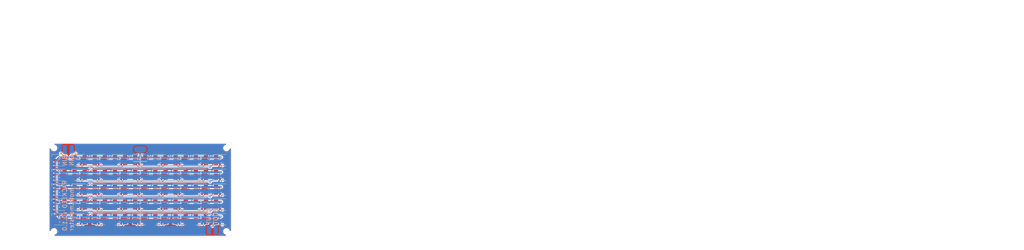
<source format=kicad_pcb>
(kicad_pcb (version 20211014) (generator pcbnew)
  (layers (0 "F.Cu" signal) (31 "B.Cu" signal) (34 "B.Paste" user) (35 "F.Paste" user) (36 "B.SilkS" user "B.Silkscreen") (37 "F.SilkS" user "F.Silkscreen") (38 "B.Mask" user) (39 "F.Mask" user) (44 "Edge.Cuts" user))
  (net 0 "")
  (net 1 "/GND")
  (net 2 "/12V")
  (net 3 "/DIN")
  (net 4 "/BIN")
  (net 5 "/DOUT")
  (net 6 "/BOUT")
  (net 7 "Net-(U1-Pad3)")
  (net 8 "Net-(U2-Pad3)")
  (net 9 "Net-(U3-Pad3)")
  (net 10 "Net-(U4-Pad3)")
  (net 11 "Net-(U5-Pad3)")
  (net 12 "Net-(U6-Pad3)")
  (net 13 "Net-(U7-Pad3)")
  (net 14 "Net-(U11-Pad6)")
  (net 15 "Net-(U11-Pad4)")
  (net 16 "Net-(U11-Pad3)")
  (net 17 "Net-(U12-Pad3)")
  (net 18 "Net-(U13-Pad3)")
  (net 19 "Net-(U14-Pad3)")
  (net 20 "Net-(U15-Pad3)")
  (net 21 "Net-(U16-Pad3)")
  (net 22 "Net-(U17-Pad3)")
  (net 23 "Net-(U18-Pad3)")
  (net 24 "Net-(U19-Pad3)")
  (net 25 "Net-(U21-Pad3)")
  (net 26 "Net-(U22-Pad3)")
  (net 27 "Net-(U23-Pad3)")
  (net 28 "Net-(U24-Pad3)")
  (net 29 "Net-(U25-Pad3)")
  (net 30 "Net-(U26-Pad3)")
  (net 31 "Net-(U27-Pad3)")
  (net 32 "Net-(U28-Pad3)")
  (net 33 "Net-(U29-Pad3)")
  (net 34 "Net-(U31-Pad3)")
  (net 35 "Net-(U32-Pad3)")
  (net 36 "Net-(U33-Pad3)")
  (net 37 "Net-(U34-Pad3)")
  (net 38 "Net-(U35-Pad3)")
  (net 39 "Net-(U36-Pad3)")
  (net 40 "Net-(U37-Pad3)")
  (net 41 "Net-(U38-Pad3)")
  (net 42 "Net-(U39-Pad3)")
  (net 43 "Net-(U41-Pad3)")
  (net 44 "Net-(U42-Pad3)")
  (net 45 "Net-(U43-Pad3)")
  (net 46 "Net-(U44-Pad3)")
  (net 47 "Net-(U45-Pad3)")
  (net 48 "Net-(U46-Pad3)")
  (net 49 "Net-(U47-Pad3)")
  (footprint "mothdotmonster:LED_RGB_5050-6" (layer "F.Cu") (at 97.155 54.61)
    (fp_text reference "U38" hide)
    (fp_text value "WS2815B")
  )
  (footprint "mothdotmonster:LED_RGB_5050-6" (layer "F.Cu") (at 87.63 47.625)
    (fp_text reference "U27" hide)
    (fp_text value "WS2815B")
  )
  (footprint "mothdotmonster:LED_RGB_5050-6" (layer "F.Cu") (at 87.63 54.61)
    (fp_text reference "U37" hide)
    (fp_text value "WS2815B")
  )
  (footprint "mothdotmonster:LED_RGB_5050-6" (layer "F.Cu") (at 97.155 33.655)
    (fp_text reference "U8" hide)
    (fp_text value "WS2815B")
  )
  (footprint "mothdotmonster:LED_RGB_5050-6" (layer "F.Cu") (at 78.105 33.655)
    (fp_text reference "U6" hide)
    (fp_text value "WS2815B")
  )
  (footprint "mothdotmonster:LED_RGB_5050-6" (layer "F.Cu") (at 106.68 33.655)
    (fp_text reference "U9" hide)
    (fp_text value "WS2815B")
  )
  (footprint "mothdotmonster:LED_RGB_5050-6" (layer "F.Cu") (at 78.105 47.625)
    (fp_text reference "U26" hide)
    (fp_text value "WS2815B")
  )
  (footprint "mothdotmonster:LED_RGB_5050-6" (layer "F.Cu") (at 106.68 47.625)
    (fp_text reference "U29" hide)
    (fp_text value "WS2815B")
  )
  (footprint "mothdotmonster:LED_RGB_5050-6" (layer "F.Cu") (at 59.055 54.61)
    (fp_text reference "U34" hide)
    (fp_text value "WS2815B")
  )
  (footprint "mothdotmonster:LED_RGB_5050-6" (layer "F.Cu") (at 30.48 47.625)
    (fp_text reference "U21" hide)
    (fp_text value "WS2815B")
  )
  (footprint "MountingHole:MountingHole_2.2mm_M2" (layer "F.Cu") (at 109.22 27.94)
    (fp_text reference "REF**" hide)
    (fp_text value "MountingHole_2.2mm_M2")
  )
  (footprint "mothdotmonster:LED_RGB_5050-6" (layer "F.Cu") (at 30.48 33.655)
    (fp_text reference "U1" hide)
    (fp_text value "WS2815B")
  )
  (footprint "mothdotmonster:LED_RGB_5050-6" (layer "F.Cu") (at 97.155 47.625)
    (fp_text reference "U28" hide)
    (fp_text value "WS2815B")
  )
  (footprint "mothdotmonster:LED_RGB_5050-6" (layer "F.Cu") (at 59.055 33.655)
    (fp_text reference "U4" hide)
    (fp_text value "WS2815B")
  )
  (footprint "mothdotmonster:LED_RGB_5050-6" (layer "F.Cu") (at 40.005 33.655)
    (fp_text reference "U2" hide)
    (fp_text value "WS2815B")
  )
  (footprint "mothdotmonster:LED_RGB_5050-6" (layer "F.Cu") (at 106.68 61.595)
    (fp_text reference "U49" hide)
    (fp_text value "WS2815B")
  )
  (footprint "mothdotmonster:LED_RGB_5050-6" (layer "F.Cu") (at 49.53 47.625)
    (fp_text reference "U23" hide)
    (fp_text value "WS2815B")
  )
  (footprint "mothdotmonster:LED_RGB_5050-6" (layer "F.Cu") (at 30.48 40.64)
    (fp_text reference "U11" hide)
    (fp_text value "WS2815B")
  )
  (footprint "mothdotmonster:LED_RGB_5050-6" (layer "F.Cu") (at 68.58 40.64)
    (fp_text reference "U15" hide)
    (fp_text value "WS2815B")
  )
  (footprint "mothdotmonster:LED_RGB_5050-6" (layer "F.Cu") (at 49.53 54.61)
    (fp_text reference "U33" hide)
    (fp_text value "WS2815B")
  )
  (footprint "mothdotmonster:LED_RGB_5050-6" (layer "F.Cu") (at 78.105 61.595)
    (fp_text reference "U46" hide)
    (fp_text value "WS2815B")
  )
  (footprint "mothdotmonster:LED_RGB_5050-6" (layer "F.Cu") (at 40.005 61.595)
    (fp_text reference "U42" hide)
    (fp_text value "WS2815B")
  )
  (footprint "mothdotmonster:LED_RGB_5050-6" (layer "F.Cu") (at 49.53 40.64)
    (fp_text reference "U13" hide)
    (fp_text value "WS2815B")
  )
  (footprint "MountingHole:MountingHole_2.2mm_M2" (layer "F.Cu") (at 27.94 67.31)
    (fp_text reference "REF**" hide)
    (fp_text value "MountingHole_2.2mm_M2")
  )
  (footprint "mothdotmonster:LED_RGB_5050-6" (layer "F.Cu") (at 49.53 61.595)
    (fp_text reference "U43" hide)
    (fp_text value "WS2815B")
  )
  (footprint "mothdotmonster:LED_RGB_5050-6" (layer "F.Cu") (at 40.005 54.61)
    (fp_text reference "U32" hide)
    (fp_text value "WS2815B")
  )
  (footprint "mothdotmonster:LED_RGB_5050-6" (layer "F.Cu") (at 68.58 61.595)
    (fp_text reference "U45" hide)
    (fp_text value "WS2815B")
  )
  (footprint "mothdotmonster:LED_RGB_5050-6" (layer "F.Cu") (at 68.58 47.625)
    (fp_text reference "U25" hide)
    (fp_text value "WS2815B")
  )
  (footprint "mothdotmonster:LED_RGB_5050-6" (layer "F.Cu") (at 68.58 33.655)
    (fp_text reference "U5" hide)
    (fp_text value "WS2815B")
  )
  (footprint "mothdotmonster:LED_RGB_5050-6" (layer "F.Cu") (at 59.055 61.595)
    (fp_text reference "U44" hide)
    (fp_text value "WS2815B")
  )
  (footprint "mothdotmonster:LED_RGB_5050-6" (layer "F.Cu") (at 40.005 40.64)
    (fp_text reference "U12" hide)
    (fp_text value "WS2815B")
  )
  (footprint "mothdotmonster:LED_RGB_5050-6" (layer "F.Cu") (at 59.055 40.64)
    (fp_text reference "U14" hide)
    (fp_text value "WS2815B")
  )
  (footprint "mothdotmonster:LED_RGB_5050-6" (layer "F.Cu") (at 49.53 33.655)
    (fp_text reference "U3" hide)
    (fp_text value "WS2815B")
  )
  (footprint "mothdotmonster:LED_RGB_5050-6" (layer "F.Cu") (at 106.68 54.61)
    (fp_text reference "U39" hide)
    (fp_text value "WS2815B")
  )
  (footprint "mothdotmonster:LED_RGB_5050-6" (layer "F.Cu") (at 87.63 33.655)
    (fp_text reference "U7" hide)
    (fp_text value "WS2815B")
  )
  (footprint "mothdotmonster:LED_RGB_5050-6" (layer "F.Cu") (at 78.105 54.61)
    (fp_text reference "U36" hide)
    (fp_text value "WS2815B")
  )
  (footprint "mothdotmonster:LED_RGB_5050-6" (layer "F.Cu") (at 68.58 54.61)
    (fp_text reference "U35" hide)
    (fp_text value "WS2815B")
  )
  (footprint "mothdotmonster:LED_RGB_5050-6" (layer "F.Cu") (at 87.63 40.64)
    (fp_text reference "U17" hide)
    (fp_text value "WS2815B")
  )
  (footprint "mothdotmonster:LED_RGB_5050-6" (layer "F.Cu") (at 59.055 47.625)
    (fp_text reference "U24" hide)
    (fp_text value "WS2815B")
  )
  (footprint "mothdotmonster:LED_RGB_5050-6" (layer "F.Cu") (at 97.155 61.595)
    (fp_text reference "U48" hide)
    (fp_text value "WS2815B")
  )
  (footprint "mothdotmonster:LED_RGB_5050-6" (layer "F.Cu") (at 78.105 40.64)
    (fp_text reference "U16" hide)
    (fp_text value "WS2815B")
  )
  (footprint "MountingHole:MountingHole_2.2mm_M2" (layer "F.Cu") (at 27.94 27.94)
    (fp_text reference "REF**" hide)
    (fp_text value "MountingHole_2.2mm_M2")
  )
  (footprint "mothdotmonster:LED_RGB_5050-6" (layer "F.Cu") (at 30.48 61.595)
    (fp_text reference "U41" hide)
    (fp_text value "WS2815B")
  )
  (footprint "mothdotmonster:LED_RGB_5050-6" (layer "F.Cu") (at 30.48 54.61)
    (fp_text reference "U31" hide)
    (fp_text value "WS2815B")
  )
  (footprint "mothdotmonster:LED_RGB_5050-6" (layer "F.Cu") (at 87.63 61.595)
    (fp_text reference "U47" hide)
    (fp_text value "WS2815B")
  )
  (footprint "MountingHole:MountingHole_2.2mm_M2" (layer "F.Cu") (at 109.22 67.31)
    (fp_text reference "REF**" hide)
    (fp_text value "MountingHole_2.2mm_M2")
  )
  (footprint "mothdotmonster:LED_RGB_5050-6" (layer "F.Cu") (at 40.005 47.625)
    (fp_text reference "U22" hide)
    (fp_text value "WS2815B")
  )
  (footprint "mothdotmonster:LED_RGB_5050-6" (layer "F.Cu") (at 97.155 40.64)
    (fp_text reference "U18" hide)
    (fp_text value "WS2815B")
  )
  (footprint "mothdotmonster:LED_RGB_5050-6" (layer "F.Cu") (at 106.68 40.64)
    (fp_text reference "U19" hide)
    (fp_text value "WS2815B")
  )
  (footprint "Connector_Wire:SolderWire-0.75sqmm_1x01_D1.25mm_OD2.3mm" (layer "B.Cu") (at 68.58 28.575 -90)
    (fp_text reference "J1" hide)
    (fp_text value "Conn_01x01")
  )
  (footprint "Connector_Wire:SolderWirePad_1x01_SMD_1x2mm" (layer "B.Cu") (at 33.02 28.575 180)
    (fp_text reference "J4" hide)
    (fp_text value "Conn_01x01")
  )
  (footprint "Connector_Wire:SolderWirePad_1x01_SMD_1x2mm" (layer "B.Cu") (at 100.965 66.675 180)
    (fp_text reference "J5" hide)
    (fp_text value "Conn_01x01")
  )
  (footprint "Connector_Wire:SolderWirePad_1x01_SMD_1x2mm" (layer "B.Cu") (at 36.195 28.575 180)
    (fp_text reference "J3" hide)
    (fp_text value "Conn_01x01")
  )
  (footprint "Connector_Wire:SolderWirePad_1x01_SMD_1x2mm" (layer "B.Cu") (at 104.14 66.675 180)
    (fp_text reference "J6" hide)
    (fp_text value "Conn_01x01")
  )
  (footprint "Connector_Wire:SolderWire-0.75sqmm_1x01_D1.25mm_OD2.3mm" (layer "B.Cu") (at 68.58 66.675 -90)
    (fp_text reference "J2" hide)
    (fp_text value "Conn_01x01")
  )
  (gr_line (start 68.58 37.465) (end 68.58 31.115) (layer "B.SilkS") (width 0.3))
  (gr_line (start 65.405 34.29) (end 71.755 34.29) (layer "B.SilkS") (width 0.3))
  (gr_line (start 68.58 64.135) (end 68.58 57.785) (layer "B.SilkS") (width 0.3))
  (gr_rect (start 25.4 25.4) (end 111.76 69.85) (layer "Edge.Cuts") (width 0.1) (fill none))
  (gr_text "DOUT" (at 100.965 64.135 90) (layer "B.SilkS") (effects (font (size 2 2) (thickness 0.3)) (justify right mirror)))
  (gr_text "BIN\n" (at 33.02 31.115 90) (layer "B.SilkS") (effects (font (size 2 2) (thickness 0.3)) (justify left mirror)))
  (gr_text "moth.monster" (at 36.195 67.31 90) (layer "B.SilkS") (effects (font (size 2 2) (thickness 0.3)) (justify right mirror)))
  (gr_text "BOUT" (at 104.14 64.135 90) (layer "B.SilkS") (effects (font (size 2 2) (thickness 0.3)) (justify right mirror)))
  (gr_text "RACKLED v0.1.0\n" (at 33.02 67.31 90) (layer "B.SilkS") (effects (font (size 2 2) (thickness 0.3)) (justify right mirror)))
  (gr_text "DIN" (at 36.195 31.115 90) (layer "B.SilkS") (effects (font (size 2 2) (thickness 0.3)) (justify left mirror)))
  (segment (start 42.405 61.595) (end 41.275 61.595) (width 0.25) (layer "F.Cu") (net 1))
  (segment (start 69.85 33.655) (end 68.58 34.925) (width 0.25) (layer "F.Cu") (net 1))
  (segment (start 109.08 47.625) (end 107.95 47.625) (width 0.25) (layer "F.Cu") (net 1))
  (segment (start 51.93 47.625) (end 50.8 47.625) (width 0.25) (layer "F.Cu") (net 1))
  (segment (start 61.455 47.625) (end 60.325 47.625) (width 0.25) (layer "F.Cu") (net 1))
  (segment (start 32.88 40.64) (end 31.75 40.64) (width 0.25) (layer "F.Cu") (net 1))
  (segment (start 70.98 61.595) (end 69.85 61.595) (width 0.25) (layer "F.Cu") (net 1))
  (segment (start 42.405 40.64) (end 41.275 40.64) (width 0.25) (layer "F.Cu") (net 1))
  (segment (start 99.555 33.655) (end 98.425 33.655) (width 0.25) (layer "F.Cu") (net 1))
  (segment (start 31.75 61.595) (end 30.48 62.865) (width 0.25) (layer "F.Cu") (net 1))
  (segment (start 50.8 61.595) (end 49.53 62.865) (width 0.25) (layer "F.Cu") (net 1))
  (segment (start 69.85 54.61) (end 68.58 55.88) (width 0.25) (layer "F.Cu") (net 1))
  (segment (start 60.325 33.655) (end 59.055 34.925) (width 0.25) (layer "F.Cu") (net 1))
  (segment (start 88.9 54.61) (end 87.63 55.88) (width 0.25) (layer "F.Cu") (net 1))
  (segment (start 69.85 61.595) (end 68.58 62.865) (width 0.25) (layer "F.Cu") (net 1))
  (segment (start 70.98 33.655) (end 69.85 33.655) (width 0.25) (layer "F.Cu") (net 1))
  (segment (start 90.03 40.64) (end 88.9 40.64) (width 0.25) (layer "F.Cu") (net 1))
  (segment (start 70.98 54.61) (end 69.85 54.61) (width 0.25) (layer "F.Cu") (net 1))
  (segment (start 99.555 61.595) (end 98.425 61.595) (width 0.25) (layer "F.Cu") (net 1))
  (segment (start 109.08 54.61) (end 107.95 54.61) (width 0.25) (layer "F.Cu") (net 1))
  (segment (start 79.375 40.64) (end 78.105 41.91) (width 0.25) (layer "F.Cu") (net 1))
  (segment (start 32.88 33.655) (end 31.75 33.655) (width 0.25) (layer "F.Cu") (net 1))
  (segment (start 42.405 33.655) (end 41.275 33.655) (width 0.25) (layer "F.Cu") (net 1))
  (segment (start 107.95 33.655) (end 106.68 34.925) (width 0.25) (layer "F.Cu") (net 1))
  (segment (start 31.75 54.61) (end 30.48 55.88) (width 0.25) (layer "F.Cu") (net 1))
  (segment (start 79.375 47.625) (end 78.105 48.895) (width 0.25) (layer "F.Cu") (net 1))
  (segment (start 98.425 33.655) (end 97.155 34.925) (width 0.25) (layer "F.Cu") (net 1))
  (segment (start 31.75 33.655) (end 30.48 34.925) (width 0.25) (layer "F.Cu") (net 1))
  (segment (start 88.9 61.595) (end 87.63 62.865) (width 0.25) (layer "F.Cu") (net 1))
  (segment (start 32.88 54.61) (end 31.75 54.61) (width 0.25) (layer "F.Cu") (net 1))
  (segment (start 90.03 47.625) (end 88.9 47.625) (width 0.25) (layer "F.Cu") (net 1))
  (segment (start 88.9 40.64) (end 87.63 41.91) (width 0.25) (layer "F.Cu") (net 1))
  (segment (start 60.325 47.625) (end 59.055 48.895) (width 0.25) (layer "F.Cu") (net 1))
  (segment (start 109.08 33.655) (end 107.95 33.655) (width 0.25) (layer "F.Cu") (net 1))
  (segment (start 109.08 40.64) (end 107.95 40.64) (width 0.25) (layer "F.Cu") (net 1))
  (segment (start 90.03 61.595) (end 88.9 61.595) (width 0.25) (layer "F.Cu") (net 1))
  (segment (start 69.85 40.64) (end 68.58 41.91) (width 0.25) (layer "F.Cu") (net 1))
  (segment (start 32.88 47.625) (end 31.75 47.625) (width 0.25) (layer "F.Cu") (net 1))
  (segment (start 80.505 33.655) (end 79.375 33.655) (width 0.25) (layer "F.Cu") (net 1))
  (segment (start 98.425 54.61) (end 97.155 55.88) (width 0.25) (layer "F.Cu") (net 1))
  (segment (start 42.405 47.625) (end 41.275 47.625) (width 0.25) (layer "F.Cu") (net 1))
  (segment (start 60.325 54.61) (end 59.055 55.88) (width 0.25) (layer "F.Cu") (net 1))
  (segment (start 90.03 33.655) (end 88.9 33.655) (width 0.25) (layer "F.Cu") (net 1))
  (segment (start 79.375 61.595) (end 78.105 62.865) (width 0.25) (layer "F.Cu") (net 1))
  (segment (start 107.95 40.64) (end 106.68 41.91) (width 0.25) (layer "F.Cu") (net 1))
  (segment (start 31.75 40.64) (end 30.48 41.91) (width 0.25) (layer "F.Cu") (net 1))
  (segment (start 60.325 40.64) (end 59.055 41.91) (width 0.25) (layer "F.Cu") (net 1))
  (segment (start 80.505 61.595) (end 79.375 61.595) (width 0.25) (layer "F.Cu") (net 1))
  (segment (start 99.555 54.61) (end 98.425 54.61) (width 0.25) (layer "F.Cu") (net 1))
  (segment (start 109.08 61.595) (end 107.95 61.595) (width 0.25) (layer "F.Cu") (net 1))
  (segment (start 99.555 40.64) (end 98.425 40.64) (width 0.25) (layer "F.Cu") (net 1))
  (segment (start 41.275 61.595) (end 40.005 62.865) (width 0.25) (layer "F.Cu") (net 1))
  (segment (start 88.9 33.655) (end 87.63 34.925) (width 0.25) (layer "F.Cu") (net 1))
  (segment (start 98.425 47.625) (end 97.155 48.895) (width 0.25) (layer "F.Cu") (net 1))
  (segment (start 51.93 33.655) (end 50.8 33.655) (width 0.25) (layer "F.Cu") (net 1))
  (segment (start 90.03 54.61) (end 88.9 54.61) (width 0.25) (layer "F.Cu") (net 1))
  (segment (start 70.98 40.64) (end 69.85 40.64) (width 0.25) (layer "F.Cu") (net 1))
  (segment (start 51.93 61.595) (end 50.8 61.595) (width 0.25) (layer "F.Cu") (net 1))
  (segment (start 107.95 61.595) (end 106.68 62.865) (width 0.25) (layer "F.Cu") (net 1))
  (segment (start 61.455 33.655) (end 60.325 33.655) (width 0.25) (layer "F.Cu") (net 1))
  (segment (start 50.8 40.64) (end 49.53 41.91) (width 0.25) (layer "F.Cu") (net 1))
  (segment (start 60.325 61.595) (end 59.055 62.865) (width 0.25) (layer "F.Cu") (net 1))
  (segment (start 41.275 33.655) (end 40.005 34.925) (width 0.25) (layer "F.Cu") (net 1))
  (segment (start 69.85 47.625) (end 68.58 48.895) (width 0.25) (layer "F.Cu") (net 1))
  (segment (start 41.275 54.61) (end 40.005 55.88) (width 0.25) (layer "F.Cu") (net 1))
  (segment (start 98.425 40.64) (end 97.155 41.91) (width 0.25) (layer "F.Cu") (net 1))
  (segment (start 80.505 54.61) (end 79.375 54.61) (width 0.25) (layer "F.Cu") (net 1))
  (segment (start 70.98 47.625) (end 69.85 47.625) (width 0.25) (layer "F.Cu") (net 1))
  (segment (start 88.9 47.625) (end 87.63 48.895) (width 0.25) (layer "F.Cu") (net 1))
  (segment (start 61.455 40.64) (end 60.325 40.64) (width 0.25) (layer "F.Cu") (net 1))
  (segment (start 32.88 61.595) (end 31.75 61.595) (width 0.25) (layer "F.Cu") (net 1))
  (segment (start 42.405 54.61) (end 41.275 54.61) (width 0.25) (layer "F.Cu") (net 1))
  (segment (start 107.95 54.61) (end 106.68 55.88) (width 0.25) (layer "F.Cu") (net 1))
  (segment (start 98.425 61.595) (end 97.155 62.865) (width 0.25) (layer "F.Cu") (net 1))
  (segment (start 51.93 40.64) (end 50.8 40.64) (width 0.25) (layer "F.Cu") (net 1))
  (segment (start 51.93 54.61) (end 50.8 54.61) (width 0.25) (layer "F.Cu") (net 1))
  (segment (start 41.275 47.625) (end 40.005 48.895) (width 0.25) (layer "F.Cu") (net 1))
  (segment (start 50.8 33.655) (end 49.53 34.925) (width 0.25) (layer "F.Cu") (net 1))
  (segment (start 80.505 40.64) (end 79.375 40.64) (width 0.25) (layer "F.Cu") (net 1))
  (segment (start 31.75 47.625) (end 30.48 48.895) (width 0.25) (layer "F.Cu") (net 1))
  (segment (start 41.275 40.64) (end 40.005 41.91) (width 0.25) (layer "F.Cu") (net 1))
  (segment (start 50.8 47.625) (end 49.53 48.895) (width 0.25) (layer "F.Cu") (net 1))
  (segment (start 79.375 54.61) (end 78.105 55.88) (width 0.25) (layer "F.Cu") (net 1))
  (segment (start 61.455 61.595) (end 60.325 61.595) (width 0.25) (layer "F.Cu") (net 1))
  (segment (start 50.8 54.61) (end 49.53 55.88) (width 0.25) (layer "F.Cu") (net 1))
  (segment (start 79.375 33.655) (end 78.105 34.925) (width 0.25) (layer "F.Cu") (net 1))
  (segment (start 80.505 47.625) (end 79.375 47.625) (width 0.25) (layer "F.Cu") (net 1))
  (segment (start 61.455 54.61) (end 60.325 54.61) (width 0.25) (layer "F.Cu") (net 1))
  (segment (start 99.555 47.625) (end 98.425 47.625) (width 0.25) (layer "F.Cu") (net 1))
  (segment (start 107.95 47.625) (end 106.68 48.895) (width 0.25) (layer "F.Cu") (net 1))
  (via (at 87.63 48.895) (size 0.8) (drill 0.4) (layers "F.Cu" "B.Cu") (net 1))
  (via (at 97.155 62.865) (size 0.8) (drill 0.4) (layers "F.Cu" "B.Cu") (net 1))
  (via (at 30.48 48.895) (size 0.8) (drill 0.4) (layers "F.Cu" "B.Cu") (net 1))
  (via (at 97.155 48.895) (size 0.8) (drill 0.4) (layers "F.Cu" "B.Cu") (net 1))
  (via (at 106.68 34.925) (size 0.8) (drill 0.4) (layers "F.Cu" "B.Cu") (net 1))
  (via (at 49.53 34.925) (size 0.8) (drill 0.4) (layers "F.Cu" "B.Cu") (net 1))
  (via (at 68.58 48.895) (size 0.8) (drill 0.4) (layers "F.Cu" "B.Cu") (net 1))
  (via (at 87.63 55.88) (size 0.8) (drill 0.4) (layers "F.Cu" "B.Cu") (net 1))
  (via (at 106.68 55.88) (size 0.8) (drill 0.4) (layers "F.Cu" "B.Cu") (net 1))
  (via (at 106.68 41.91) (size 0.8) (drill 0.4) (layers "F.Cu" "B.Cu") (net 1))
  (via (at 106.68 48.895) (size 0.8) (drill 0.4) (layers "F.Cu" "B.Cu") (net 1))
  (via (at 40.005 55.88) (size 0.8) (drill 0.4) (layers "F.Cu" "B.Cu") (net 1))
  (via (at 97.155 41.91) (size 0.8) (drill 0.4) (layers "F.Cu" "B.Cu") (net 1))
  (via (at 40.005 41.91) (size 0.8) (drill 0.4) (layers "F.Cu" "B.Cu") (net 1))
  (via (at 68.58 55.88) (size 0.8) (drill 0.4) (layers "F.Cu" "B.Cu") (net 1))
  (via (at 106.68 62.865) (size 0.8) (drill 0.4) (layers "F.Cu" "B.Cu") (net 1))
  (via (at 68.58 41.91) (size 0.8) (drill 0.4) (layers "F.Cu" "B.Cu") (net 1))
  (via (at 40.005 48.895) (size 0.8) (drill 0.4) (layers "F.Cu" "B.Cu") (net 1))
  (via (at 59.055 48.895) (size 0.8) (drill 0.4) (layers "F.Cu" "B.Cu") (net 1))
  (via (at 78.105 48.895) (size 0.8) (drill 0.4) (layers "F.Cu" "B.Cu") (net 1))
  (via (at 68.58 34.925) (size 0.8) (drill 0.4) (layers "F.Cu" "B.Cu") (net 1))
  (via (at 87.63 34.925) (size 0.8) (drill 0.4) (layers "F.Cu" "B.Cu") (net 1))
  (via (at 78.105 41.91) (size 0.8) (drill 0.4) (layers "F.Cu" "B.Cu") (net 1))
  (via (at 30.48 62.865) (size 0.8) (drill 0.4) (layers "F.Cu" "B.Cu") (net 1))
  (via (at 97.155 34.925) (size 0.8) (drill 0.4) (layers "F.Cu" "B.Cu") (net 1))
  (via (at 49.53 41.91) (size 0.8) (drill 0.4) (layers "F.Cu" "B.Cu") (net 1))
  (via (at 49.53 48.895) (size 0.8) (drill 0.4) (layers "F.Cu" "B.Cu") (net 1))
  (via (at 40.005 34.925) (size 0.8) (drill 0.4) (layers "F.Cu" "B.Cu") (net 1))
  (via (at 78.105 34.925) (size 0.8) (drill 0.4) (layers "F.Cu" "B.Cu") (net 1))
  (via (at 30.48 41.91) (size 0.8) (drill 0.4) (layers "F.Cu" "B.Cu") (net 1))
  (via (at 78.105 62.865) (size 0.8) (drill 0.4) (layers "F.Cu" "B.Cu") (net 1))
  (via (at 59.055 55.88) (size 0.8) (drill 0.4) (layers "F.Cu" "B.Cu") (net 1))
  (via (at 30.48 55.88) (size 0.8) (drill 0.4) (layers "F.Cu" "B.Cu") (net 1))
  (via (at 49.53 55.88) (size 0.8) (drill 0.4) (layers "F.Cu" "B.Cu") (net 1))
  (via (at 49.53 62.865) (size 0.8) (drill 0.4) (layers "F.Cu" "B.Cu") (net 1))
  (via (at 59.055 62.865) (size 0.8) (drill 0.4) (layers "F.Cu" "B.Cu") (net 1))
  (via (at 87.63 41.91) (size 0.8) (drill 0.4) (layers "F.Cu" "B.Cu") (net 1))
  (via (at 30.48 34.925) (size 0.8) (drill 0.4) (layers "F.Cu" "B.Cu") (net 1))
  (via (at 68.58 62.865) (size 0.8) (drill 0.4) (layers "F.Cu" "B.Cu") (net 1))
  (via (at 59.055 34.925) (size 0.8) (drill 0.4) (layers "F.Cu" "B.Cu") (net 1))
  (via (at 97.155 55.88) (size 0.8) (drill 0.4) (layers "F.Cu" "B.Cu") (net 1))
  (via (at 59.055 41.91) (size 0.8) (drill 0.4) (layers "F.Cu" "B.Cu") (net 1))
  (via (at 40.005 62.865) (size 0.8) (drill 0.4) (layers "F.Cu" "B.Cu") (net 1))
  (via (at 87.63 62.865) (size 0.8) (drill 0.4) (layers "F.Cu" "B.Cu") (net 1))
  (via (at 78.105 55.88) (size 0.8) (drill 0.4) (layers "F.Cu" "B.Cu") (net 1))
  (segment (start 66.18 33.655) (end 67.31 33.655) (width 0.25) (layer "F.Cu") (net 2))
  (segment (start 85.23 40.64) (end 86.36 40.64) (width 0.25) (layer "F.Cu") (net 2))
  (segment (start 94.755 33.655) (end 95.885 33.655) (width 0.25) (layer "F.Cu") (net 2))
  (segment (start 57.785 40.64) (end 59.055 39.37) (width 0.25) (layer "F.Cu") (net 2))
  (segment (start 66.18 54.61) (end 67.31 54.61) (width 0.25) (layer "F.Cu") (net 2))
  (segment (start 47.13 54.61) (end 48.26 54.61) (width 0.25) (layer "F.Cu") (net 2))
  (segment (start 29.21 40.64) (end 30.48 39.37) (width 0.25) (layer "F.Cu") (net 2))
  (segment (start 94.755 54.61) (end 95.885 54.61) (width 0.25) (layer "F.Cu") (net 2))
  (segment (start 104.28 33.655) (end 105.41 33.655) (width 0.25) (layer "F.Cu") (net 2))
  (segment (start 57.785 47.625) (end 59.055 46.355) (width 0.25) (layer "F.Cu") (net 2))
  (segment (start 94.755 61.595) (end 95.885 61.595) (width 0.25) (layer "F.Cu") (net 2))
  (segment (start 76.835 47.625) (end 78.105 46.355) (width 0.25) (layer "F.Cu") (net 2))
  (segment (start 75.705 47.625) (end 76.835 47.625) (width 0.25) (layer "F.Cu") (net 2))
  (segment (start 56.655 61.595) (end 57.785 61.595) (width 0.25) (layer "F.Cu") (net 2))
  (segment (start 57.785 33.655) (end 59.055 32.385) (width 0.25) (layer "F.Cu") (net 2))
  (segment (start 29.21 47.625) (end 30.48 46.355) (width 0.25) (layer "F.Cu") (net 2))
  (segment (start 85.23 33.655) (end 86.36 33.655) (width 0.25) (layer "F.Cu") (net 2))
  (segment (start 48.26 40.64) (end 49.53 39.37) (width 0.25) (layer "F.Cu") (net 2))
  (segment (start 48.26 61.595) (end 49.53 60.325) (width 0.25) (layer "F.Cu") (net 2))
  (segment (start 28.08 54.61) (end 29.21 54.61) (width 0.25) (layer "F.Cu") (net 2))
  (segment (start 105.41 33.655) (end 106.68 32.385) (width 0.25) (layer "F.Cu") (net 2))
  (segment (start 85.23 47.625) (end 86.36 47.625) (width 0.25) (layer "F.Cu") (net 2))
  (segment (start 28.08 33.655) (end 29.21 33.655) (width 0.25) (layer "F.Cu") (net 2))
  (segment (start 104.28 61.595) (end 105.41 61.595) (width 0.25) (layer "F.Cu") (net 2))
  (segment (start 28.08 40.64) (end 29.21 40.64) (width 0.25) (layer "F.Cu") (net 2))
  (segment (start 38.735 40.64) (end 40.005 39.37) (width 0.25) (layer "F.Cu") (net 2))
  (segment (start 29.21 54.61) (end 30.48 53.34) (width 0.25) (layer "F.Cu") (net 2))
  (segment (start 66.18 47.625) (end 67.31 47.625) (width 0.25) (layer "F.Cu") (net 2))
  (segment (start 47.13 33.655) (end 48.26 33.655) (width 0.25) (layer "F.Cu") (net 2))
  (segment (start 95.885 61.595) (end 97.155 60.325) (width 0.25) (layer "F.Cu") (net 2))
  (segment (start 48.26 54.61) (end 49.53 53.34) (width 0.25) (layer "F.Cu") (net 2))
  (segment (start 105.41 40.64) (end 106.68 39.37) (width 0.25) (layer "F.Cu") (net 2))
  (segment (start 38.735 33.655) (end 40.005 32.385) (width 0.25) (layer "F.Cu") (net 2))
  (segment (start 105.41 47.625) (end 106.68 46.355) (width 0.25) (layer "F.Cu") (net 2))
  (segment (start 47.13 40.64) (end 48.26 40.64) (width 0.25) (layer "F.Cu") (net 2))
  (segment (start 95.885 54.61) (end 97.155 53.34) (width 0.25) (layer "F.Cu") (net 2))
  (segment (start 38.735 61.595) (end 40.005 60.325) (width 0.25) (layer "F.Cu") (net 2))
  (segment (start 104.28 47.625) (end 105.41 47.625) (width 0.25) (layer "F.Cu") (net 2))
  (segment (start 86.36 40.64) (end 87.63 39.37) (width 0.25) (layer "F.Cu") (net 2))
  (segment (start 86.36 61.595) (end 87.63 60.325) (width 0.25) (layer "F.Cu") (net 2))
  (segment (start 104.28 40.64) (end 105.41 40.64) (width 0.25) (layer "F.Cu") (net 2))
  (segment (start 28.08 61.595) (end 29.21 61.595) (width 0.25) (layer "F.Cu") (net 2))
  (segment (start 76.835 33.655) (end 78.105 32.385) (width 0.25) (layer "F.Cu") (net 2))
  (segment (start 76.835 54.61) (end 78.105 53.34) (width 0.25) (layer "F.Cu") (net 2))
  (segment (start 67.31 54.61) (end 68.58 53.34) (width 0.25) (layer "F.Cu") (net 2))
  (segment (start 37.605 47.625) (end 38.735 47.625) (width 0.25) (layer "F.Cu") (net 2))
  (segment (start 85.23 54.61) (end 86.36 54.61) (width 0.25) (layer "F.Cu") (net 2))
  (segment (start 37.605 54.61) (end 38.735 54.61) (width 0.25) (layer "F.Cu") (net 2))
  (segment (start 56.655 33.655) (end 57.785 33.655) (width 0.25) (layer "F.Cu") (net 2))
  (segment (start 56.655 47.625) (end 57.785 47.625) (width 0.25) (layer "F.Cu") (net 2))
  (segment (start 75.705 40.64) (end 76.835 40.64) (width 0.25) (layer "F.Cu") (net 2))
  (segment (start 86.36 47.625) (end 87.63 46.355) (width 0.25) (layer "F.Cu") (net 2))
  (segment (start 38.735 47.625) (end 40.005 46.355) (width 0.25) (layer "F.Cu") (net 2))
  (segment (start 56.655 40.64) (end 57.785 40.64) (width 0.25) (layer "F.Cu") (net 2))
  (segment (start 76.835 61.595) (end 78.105 60.325) (width 0.25) (layer "F.Cu") (net 2))
  (segment (start 95.885 33.655) (end 97.155 32.385) (width 0.25) (layer "F.Cu") (net 2))
  (segment (start 105.41 61.595) (end 106.68 60.325) (width 0.25) (layer "F.Cu") (net 2))
  (segment (start 47.13 61.595) (end 48.26 61.595) (width 0.25) (layer "F.Cu") (net 2))
  (segment (start 57.785 54.61) (end 59.055 53.34) (width 0.25) (layer "F.Cu") (net 2))
  (segment (start 56.655 54.61) (end 57.785 54.61) (width 0.25) (layer "F.Cu") (net 2))
  (segment (start 95.885 47.625) (end 97.155 46.355) (width 0.25) (layer "F.Cu") (net 2))
  (segment (start 67.31 33.655) (end 68.58 32.385) (width 0.25) (layer "F.Cu") (net 2))
  (segment (start 104.28 54.61) (end 105.41 54.61) (width 0.25) (layer "F.Cu") (net 2))
  (segment (start 28.08 47.625) (end 29.21 47.625) (width 0.25) (layer "F.Cu") (net 2))
  (segment (start 48.26 47.625) (end 49.53 46.355) (width 0.25) (layer "F.Cu") (net 2))
  (segment (start 29.21 61.595) (end 30.48 60.325) (width 0.25) (layer "F.Cu") (net 2))
  (segment (start 76.835 40.64) (end 78.105 39.37) (width 0.25) (layer "F.Cu") (net 2))
  (segment (start 95.885 40.64) (end 97.155 39.37) (width 0.25) (layer "F.Cu") (net 2))
  (segment (start 67.31 47.625) (end 68.58 46.355) (width 0.25) (layer "F.Cu") (net 2))
  (segment (start 75.705 54.61) (end 76.835 54.61) (width 0.25) (layer "F.Cu") (net 2))
  (segment (start 105.41 54.61) (end 106.68 53.34) (width 0.25) (layer "F.Cu") (net 2))
  (segment (start 37.605 40.64) (end 38.735 40.64) (width 0.25) (layer "F.Cu") (net 2))
  (segment (start 29.21 33.655) (end 30.48 32.385) (width 0.25) (layer "F.Cu") (net 2))
  (segment (start 67.31 40.64) (end 68.58 39.37) (width 0.25) (layer "F.Cu") (net 2))
  (segment (start 75.705 61.595) (end 76.835 61.595) (width 0.25) (layer "F.Cu") (net 2))
  (segment (start 85.23 61.595) (end 86.36 61.595) (width 0.25) (layer "F.Cu") (net 2))
  (segment (start 38.735 54.61) (end 40.005 53.34) (width 0.25) (layer "F.Cu") (net 2))
  (segment (start 66.18 40.64) (end 67.31 40.64) (width 0.25) (layer "F.Cu") (net 2))
  (segment (start 67.31 61.595) (end 68.58 60.325) (width 0.25) (layer "F.Cu") (net 2))
  (segment (start 86.36 33.655) (end 87.63 32.385) (width 0.25) (layer "F.Cu") (net 2))
  (segment (start 48.26 33.655) (end 49.53 32.385) (width 0.25) (layer "F.Cu") (net 2))
  (segment (start 37.605 33.655) (end 38.735 33.655) (width 0.25) (layer "F.Cu") (net 2))
  (segment (start 86.36 54.61) (end 87.63 53.34) (width 0.25) (layer "F.Cu") (net 2))
  (segment (start 57.785 61.595) (end 59.055 60.325) (width 0.25) (layer "F.Cu") (net 2))
  (segment (start 37.605 61.595) (end 38.735 61.595) (width 0.25) (layer "F.Cu") (net 2))
  (segment (start 94.755 47.625) (end 95.885 47.625) (width 0.25) (layer "F.Cu") (net 2))
  (segment (start 75.705 33.655) (end 76.835 33.655) (width 0.25) (layer "F.Cu") (net 2))
  (segment (start 66.18 61.595) (end 67.31 61.595) (width 0.25) (layer "F.Cu") (net 2))
  (segment (start 47.13 47.625) (end 48.26 47.625) (width 0.25) (layer "F.Cu") (net 2))
  (segment (start 94.755 40.64) (end 95.885 40.64) (width 0.25) (layer "F.Cu") (net 2))
  (via (at 87.63 53.34) (size 0.8) (drill 0.4) (layers "F.Cu" "B.Cu") (net 2))
  (via (at 40.005 53.34) (size 0.8) (drill 0.4) (layers "F.Cu" "B.Cu") (net 2))
  (via (at 97.155 53.34) (size 0.8) (drill 0.4) (layers "F.Cu" "B.Cu") (net 2))
  (via (at 106.68 53.34) (size 0.8) (drill 0.4) (layers "F.Cu" "B.Cu") (net 2))
  (via (at 106.68 60.325) (size 0.8) (drill 0.4) (layers "F.Cu" "B.Cu") (net 2))
  (via (at 49.53 53.34) (size 0.8) (drill 0.4) (layers "F.Cu" "B.Cu") (net 2))
  (via (at 59.055 53.34) (size 0.8) (drill 0.4) (layers "F.Cu" "B.Cu") (net 2))
  (via (at 68.58 32.385) (size 0.8) (drill 0.4) (layers "F.Cu" "B.Cu") (net 2))
  (via (at 40.005 32.385) (size 0.8) (drill 0.4) (layers "F.Cu" "B.Cu") (net 2))
  (via (at 78.105 60.325) (size 0.8) (drill 0.4) (layers "F.Cu" "B.Cu") (net 2))
  (via (at 106.68 32.385) (size 0.8) (drill 0.4) (layers "F.Cu" "B.Cu") (net 2))
  (via (at 30.48 39.37) (size 0.8) (drill 0.4) (layers "F.Cu" "B.Cu") (net 2))
  (via (at 49.53 60.325) (size 0.8) (drill 0.4) (layers "F.Cu" "B.Cu") (net 2))
  (via (at 59.055 46.355) (size 0.8) (drill 0.4) (layers "F.Cu" "B.Cu") (net 2))
  (via (at 49.53 46.355) (size 0.8) (drill 0.4) (layers "F.Cu" "B.Cu") (net 2))
  (via (at 49.53 39.37) (size 0.8) (drill 0.4) (layers "F.Cu" "B.Cu") (net 2))
  (via (at 97.155 46.355) (size 0.8) (drill 0.4) (layers "F.Cu" "B.Cu") (net 2))
  (via (at 97.155 60.325) (size 0.8) (drill 0.4) (layers "F.Cu" "B.Cu") (net 2))
  (via (at 40.005 46.355) (size 0.8) (drill 0.4) (layers "F.Cu" "B.Cu") (net 2))
  (via (at 87.63 60.325) (size 0.8) (drill 0.4) (layers "F.Cu" "B.Cu") (net 2))
  (via (at 97.155 39.37) (size 0.8) (drill 0.4) (layers "F.Cu" "B.Cu") (net 2))
  (via (at 68.58 46.355) (size 0.8) (drill 0.4) (layers "F.Cu" "B.Cu") (net 2))
  (via (at 40.005 39.37) (size 0.8) (drill 0.4) (layers "F.Cu" "B.Cu") (net 2))
  (via (at 78.105 32.385) (size 0.8) (drill 0.4) (layers "F.Cu" "B.Cu") (net 2))
  (via (at 30.48 46.355) (size 0.8) (drill 0.4) (layers "F.Cu" "B.Cu") (net 2))
  (via (at 97.155 32.385) (size 0.8) (drill 0.4) (layers "F.Cu" "B.Cu") (net 2))
  (via (at 40.005 60.325) (size 0.8) (drill 0.4) (layers "F.Cu" "B.Cu") (net 2))
  (via (at 106.68 46.355) (size 0.8) (drill 0.4) (layers "F.Cu" "B.Cu") (net 2))
  (via (at 49.53 32.385) (size 0.8) (drill 0.4) (layers "F.Cu" "B.Cu") (net 2))
  (via (at 30.48 60.325) (size 0.8) (drill 0.4) (layers "F.Cu" "B.Cu") (net 2))
  (via (at 59.055 60.325) (size 0.8) (drill 0.4) (layers "F.Cu" "B.Cu") (net 2))
  (via (at 87.63 46.355) (size 0.8) (drill 0.4) (layers "F.Cu" "B.Cu") (net 2))
  (via (at 59.055 39.37) (size 0.8) (drill 0.4) (layers "F.Cu" "B.Cu") (net 2))
  (via (at 78.105 53.34) (size 0.8) (drill 0.4) (layers "F.Cu" "B.Cu") (net 2))
  (via (at 68.58 39.37) (size 0.8) (drill 0.4) (layers "F.Cu" "B.Cu") (net 2))
  (via (at 68.58 53.34) (size 0.8) (drill 0.4) (layers "F.Cu" "B.Cu") (net 2))
  (via (at 106.68 39.37) (size 0.8) (drill 0.4) (layers "F.Cu" "B.Cu") (net 2))
  (via (at 68.58 60.325) (size 0.8) (drill 0.4) (layers "F.Cu" "B.Cu") (net 2))
  (via (at 78.105 39.37) (size 0.8) (drill 0.4) (layers "F.Cu" "B.Cu") (net 2))
  (via (at 87.63 39.37) (size 0.8) (drill 0.4) (layers "F.Cu" "B.Cu") (net 2))
  (via (at 59.055 32.385) (size 0.8) (drill 0.4) (layers "F.Cu" "B.Cu") (net 2))
  (via (at 30.48 53.34) (size 0.8) (drill 0.4) (layers "F.Cu" "B.Cu") (net 2))
  (via (at 87.63 32.385) (size 0.8) (drill 0.4) (layers "F.Cu" "B.Cu") (net 2))
  (via (at 78.105 46.355) (size 0.8) (drill 0.4) (layers "F.Cu" "B.Cu") (net 2))
  (via (at 30.48 32.385) (size 0.8) (drill 0.4) (layers "F.Cu" "B.Cu") (net 2))
  (segment (start 106.68 46.355) (end 30.48 46.355) (width 1) (layer "B.Cu") (net 2))
  (segment (start 30.48 46.355) (end 28.575 46.355) (width 1) (layer "B.Cu") (net 2))
  (segment (start 30.48 39.37) (end 106.68 39.37) (width 1) (layer "B.Cu") (net 2))
  (segment (start 28.575 39.37) (end 28.575 34.29) (width 1) (layer "B.Cu") (net 2))
  (segment (start 28.575 34.29) (end 30.48 32.385) (width 1) (layer "B.Cu") (net 2))
  (segment (start 30.48 53.34) (end 106.68 53.34) (width 1) (layer "B.Cu") (net 2))
  (segment (start 30.48 60.325) (end 28.575 58.42) (width 1) (layer "B.Cu") (net 2))
  (segment (start 106.68 32.385) (end 30.48 32.385) (width 1) (layer "B.Cu") (net 2))
  (segment (start 28.575 58.42) (end 28.575 53.34) (width 1) (layer "B.Cu") (net 2))
  (segment (start 30.48 39.37) (end 28.575 39.37) (width 1) (layer "B.Cu") (net 2))
  (segment (start 28.575 46.355) (end 28.575 39.37) (width 1) (layer "B.Cu") (net 2))
  (segment (start 30.48 60.325) (end 106.68 60.325) (width 1) (layer "B.Cu") (net 2))
  (segment (start 28.575 53.34) (end 28.575 46.355) (width 1) (layer "B.Cu") (net 2))
  (segment (start 68.58 32.385) (end 68.58 28.575) (width 1) (layer "B.Cu") (net 2))
  (segment (start 30.48 53.34) (end 28.575 53.34) (width 1) (layer "B.Cu") (net 2))
  (segment (start 34.29 33.070978) (end 34.29 34.395) (width 0.25) (layer "F.Cu") (net 3))
  (segment (start 33.33 35.355) (end 32.88 35.355) (width 0.25) (layer "F.Cu") (net 3))
  (segment (start 42.405 31.955) (end 41.530489 31.080489) (width 0.25) (layer "F.Cu") (net 3))
  (segment (start 38.1 30.48) (end 38.065489 30.514511) (width 0.25) (layer "F.Cu") (net 3))
  (segment (start 36.280489 31.080489) (end 34.29 33.070978) (width 0.25) (layer "F.Cu") (net 3))
  (segment (start 34.29 34.395) (end 33.33 35.355) (width 0.25) (layer "F.Cu") (net 3))
  (segment (start 38.065489 31.080489) (end 36.280489 31.080489) (width 0.25) (layer "F.Cu") (net 3))
  (segment (start 38.065489 30.514511) (end 38.065489 31.080489) (width 0.25) (layer "F.Cu") (net 3))
  (segment (start 41.530489 31.080489) (end 38.065489 31.080489) (width 0.25) (layer "F.Cu") (net 3))
  (via (at 38.1 30.48) (size 0.8) (drill 0.4) (layers "F.Cu" "B.Cu") (net 3))
  (segment (start 36.195 28.575) (end 38.1 30.48) (width 0.25) (layer "B.Cu") (net 3))
  (segment (start 31.115 30.48) (end 31.405 30.48) (width 0.25) (layer "F.Cu") (net 4))
  (segment (start 31.405 30.48) (end 32.88 31.955) (width 0.25) (layer "F.Cu") (net 4))
  (via (at 31.115 30.48) (size 0.8) (drill 0.4) (layers "F.Cu" "B.Cu") (net 4))
  (segment (start 33.02 28.575) (end 31.115 30.48) (width 0.25) (layer "B.Cu") (net 4))
  (segment (start 102.586738 64.8595) (end 102.7155 64.8595) (width 0.25) (layer "F.Cu") (net 5))
  (segment (start 102.7155 64.8595) (end 104.28 63.295) (width 0.25) (layer "F.Cu") (net 5))
  (via (at 102.586738 64.8595) (size 0.8) (drill 0.4) (layers "F.Cu" "B.Cu") (net 5))
  (segment (start 100.965 66.481238) (end 102.586738 64.8595) (width 0.25) (layer "B.Cu") (net 5))
  (segment (start 100.965 66.675) (end 100.965 66.481238) (width 0.25) (layer "B.Cu") (net 5))
  (segment (start 108.24 64.135) (end 109.08 63.295) (width 0.25) (layer "F.Cu") (net 6))
  (segment (start 95.595 64.135) (end 94.755 63.295) (width 0.25) (layer "F.Cu") (net 6))
  (segment (start 96.52 64.135) (end 95.595 64.135) (width 0.25) (layer "F.Cu") (net 6))
  (segment (start 107.315 64.135) (end 108.24 64.135) (width 0.25) (layer "F.Cu") (net 6))
  (via (at 96.52 64.135) (size 0.8) (drill 0.4) (layers "F.Cu" "B.Cu") (net 6))
  (via (at 107.315 64.135) (size 0.8) (drill 0.4) (layers "F.Cu" "B.Cu") (net 6))
  (segment (start 104.14 66.675) (end 104.14 64.135) (width 0.25) (layer "B.Cu") (net 6))
  (segment (start 104.14 64.135) (end 107.315 64.135) (width 0.25) (layer "B.Cu") (net 6))
  (segment (start 96.52 64.135) (end 104.14 64.135) (width 0.25) (layer "B.Cu") (net 6))
  (segment (start 28.08 35.355) (end 29.644511 36.919511) (width 0.25) (layer "F.Cu") (net 7))
  (segment (start 51.055489 31.080489) (end 45.805489 31.080489) (width 0.25) (layer "F.Cu") (net 7))
  (segment (start 51.93 31.955) (end 51.055489 31.080489) (width 0.25) (layer "F.Cu") (net 7))
  (segment (start 45.805489 31.080489) (end 43.815 33.070978) (width 0.25) (layer "F.Cu") (net 7))
  (segment (start 43.815 34.395) (end 42.855 35.355) (width 0.25) (layer "F.Cu") (net 7))
  (segment (start 40.840489 36.919511) (end 42.405 35.355) (width 0.25) (layer "F.Cu") (net 7))
  (segment (start 43.815 33.070978) (end 43.815 34.395) (width 0.25) (layer "F.Cu") (net 7))
  (segment (start 29.644511 36.919511) (end 40.840489 36.919511) (width 0.25) (layer "F.Cu") (net 7))
  (segment (start 53.34 33.070978) (end 53.34 34.395) (width 0.25) (layer "F.Cu") (net 8))
  (segment (start 55.330489 31.080489) (end 53.34 33.070978) (width 0.25) (layer "F.Cu") (net 8))
  (segment (start 38.445 36.195) (end 37.605 35.355) (width 0.25) (layer "F.Cu") (net 8))
  (segment (start 50.165 36.195) (end 51.09 36.195) (width 0.25) (layer "F.Cu") (net 8))
  (segment (start 51.09 36.195) (end 51.93 35.355) (width 0.25) (layer "F.Cu") (net 8))
  (segment (start 61.455 31.955) (end 60.580489 31.080489) (width 0.25) (layer "F.Cu") (net 8))
  (segment (start 53.34 34.395) (end 52.38 35.355) (width 0.25) (layer "F.Cu") (net 8))
  (segment (start 39.37 36.195) (end 38.445 36.195) (width 0.25) (layer "F.Cu") (net 8))
  (segment (start 60.580489 31.080489) (end 55.330489 31.080489) (width 0.25) (layer "F.Cu") (net 8))
  (via (at 50.165 36.195) (size 0.8) (drill 0.4) (layers "F.Cu" "B.Cu") (net 8))
  (via (at 39.37 36.195) (size 0.8) (drill 0.4) (layers "F.Cu" "B.Cu") (net 8))
  (segment (start 39.37 36.195) (end 50.165 36.195) (width 0.25) (layer "B.Cu") (net 8))
  (segment (start 62.865 34.395) (end 61.905 35.355) (width 0.25) (layer "F.Cu") (net 9))
  (segment (start 47.13 35.355) (end 48.694511 36.919511) (width 0.25) (layer "F.Cu") (net 9))
  (segment (start 70.98 31.955) (end 70.105489 31.080489) (width 0.25) (layer "F.Cu") (net 9))
  (segment (start 64.855489 31.080489) (end 62.865 33.070978) (width 0.25) (layer "F.Cu") (net 9))
  (segment (start 59.890489 36.919511) (end 61.455 35.355) (width 0.25) (layer "F.Cu") (net 9))
  (segment (start 48.694511 36.919511) (end 59.890489 36.919511) (width 0.25) (layer "F.Cu") (net 9))
  (segment (start 62.865 33.070978) (end 62.865 34.395) (width 0.25) (layer "F.Cu") (net 9))
  (segment (start 70.105489 31.080489) (end 64.855489 31.080489) (width 0.25) (layer "F.Cu") (net 9))
  (segment (start 79.630489 31.080489) (end 74.380489 31.080489) (width 0.25) (layer "F.Cu") (net 10))
  (segment (start 69.215 36.195) (end 70.14 36.195) (width 0.25) (layer "F.Cu") (net 10))
  (segment (start 74.380489 31.080489) (end 72.39 33.070978) (width 0.25) (layer "F.Cu") (net 10))
  (segment (start 70.14 36.195) (end 70.98 35.355) (width 0.25) (layer "F.Cu") (net 10))
  (segment (start 72.39 34.395) (end 71.43 35.355) (width 0.25) (layer "F.Cu") (net 10))
  (segment (start 58.42 36.195) (end 57.495 36.195) (width 0.25) (layer "F.Cu") (net 10))
  (segment (start 57.495 36.195) (end 56.655 35.355) (width 0.25) (layer "F.Cu") (net 10))
  (segment (start 80.505 31.955) (end 79.630489 31.080489) (width 0.25) (layer "F.Cu") (net 10))
  (segment (start 72.39 33.070978) (end 72.39 34.395) (width 0.25) (layer "F.Cu") (net 10))
  (via (at 58.42 36.195) (size 0.8) (drill 0.4) (layers "F.Cu" "B.Cu") (net 10))
  (via (at 69.215 36.195) (size 0.8) (drill 0.4) (layers "F.Cu" "B.Cu") (net 10))
  (segment (start 58.42 36.195) (end 69.215 36.195) (width 0.25) (layer "B.Cu") (net 10))
  (segment (start 66.18 35.355) (end 67.744511 36.919511) (width 0.25) (layer "F.Cu") (net 11))
  (segment (start 81.915 34.395) (end 80.955 35.355) (width 0.25) (layer "F.Cu") (net 11))
  (segment (start 81.915 33.070978) (end 81.915 34.395) (width 0.25) (layer "F.Cu") (net 11))
  (segment (start 90.03 31.955) (end 89.155489 31.080489) (width 0.25) (layer "F.Cu") (net 11))
  (segment (start 83.905489 31.080489) (end 81.915 33.070978) (width 0.25) (layer "F.Cu") (net 11))
  (segment (start 78.940489 36.919511) (end 80.505 35.355) (width 0.25) (layer "F.Cu") (net 11))
  (segment (start 67.744511 36.919511) (end 78.940489 36.919511) (width 0.25) (layer "F.Cu") (net 11))
  (segment (start 89.155489 31.080489) (end 83.905489 31.080489) (width 0.25) (layer "F.Cu") (net 11))
  (segment (start 77.47 36.195) (end 76.545 36.195) (width 0.25) (layer "F.Cu") (net 12))
  (segment (start 91.44 34.395) (end 90.48 35.355) (width 0.25) (layer "F.Cu") (net 12))
  (segment (start 91.44 33.070978) (end 91.44 34.395) (width 0.25) (layer "F.Cu") (net 12))
  (segment (start 99.555 31.955) (end 98.680489 31.080489) (width 0.25) (layer "F.Cu") (net 12))
  (segment (start 98.680489 31.080489) (end 93.430489 31.080489) (width 0.25) (layer "F.Cu") (net 12))
  (segment (start 76.545 36.195) (end 75.705 35.355) (width 0.25) (layer "F.Cu") (net 12))
  (segment (start 89.19 36.195) (end 90.03 35.355) (width 0.25) (layer "F.Cu") (net 12))
  (segment (start 88.265 36.195) (end 89.19 36.195) (width 0.25) (layer "F.Cu") (net 12))
  (segment (start 93.430489 31.080489) (end 91.44 33.070978) (width 0.25) (layer "F.Cu") (net 12))
  (via (at 77.47 36.195) (size 0.8) (drill 0.4) (layers "F.Cu" "B.Cu") (net 12))
  (via (at 88.265 36.195) (size 0.8) (drill 0.4) (layers "F.Cu" "B.Cu") (net 12))
  (segment (start 77.47 36.195) (end 88.265 36.195) (width 0.25) (layer "B.Cu") (net 12))
  (segment (start 100.965 33.070978) (end 100.965 34.395) (width 0.25) (layer "F.Cu") (net 13))
  (segment (start 102.955489 31.080489) (end 100.965 33.070978) (width 0.25) (layer "F.Cu") (net 13))
  (segment (start 108.205489 31.080489) (end 102.955489 31.080489) (width 0.25) (layer "F.Cu") (net 13))
  (segment (start 86.794511 36.919511) (end 97.990489 36.919511) (width 0.25) (layer "F.Cu") (net 13))
  (segment (start 97.990489 36.919511) (end 99.555 35.355) (width 0.25) (layer "F.Cu") (net 13))
  (segment (start 85.23 35.355) (end 86.794511 36.919511) (width 0.25) (layer "F.Cu") (net 13))
  (segment (start 100.965 34.395) (end 100.005 35.355) (width 0.25) (layer "F.Cu") (net 13))
  (segment (start 109.08 31.955) (end 108.205489 31.080489) (width 0.25) (layer "F.Cu") (net 13))
  (segment (start 102.87 37.465) (end 102.235 38.1) (width 0.25) (layer "F.Cu") (net 14))
  (segment (start 107.315 36.195) (end 108.24 36.195) (width 0.25) (layer "F.Cu") (net 14))
  (segment (start 45.72 36.83) (end 44.45 36.83) (width 0.25) (layer "F.Cu") (net 14))
  (segment (start 96.52 36.195) (end 95.595 36.195) (width 0.25) (layer "F.Cu") (net 14))
  (segment (start 46.355 37.465) (end 45.72 36.83) (width 0.25) (layer "F.Cu") (net 14))
  (segment (start 43.815 37.465) (end 34.355 37.465) (width 0.25) (layer "F.Cu") (net 14))
  (segment (start 100.965 38.1) (end 100.33 37.465) (width 0.25) (layer "F.Cu") (net 14))
  (segment (start 44.45 36.83) (end 43.815 37.465) (width 0.25) (layer "F.Cu") (net 14))
  (segment (start 107.315 36.195) (end 106.045 37.465) (width 0.25) (layer "F.Cu") (net 14))
  (segment (start 95.595 36.195) (end 94.755 35.355) (width 0.25) (layer "F.Cu") (net 14))
  (segment (start 34.355 37.465) (end 32.88 38.94) (width 0.25) (layer "F.Cu") (net 14))
  (segment (start 102.235 38.1) (end 100.965 38.1) (width 0.25) (layer "F.Cu") (net 14))
  (segment (start 108.24 36.195) (end 109.08 35.355) (width 0.25) (layer "F.Cu") (net 14))
  (segment (start 106.045 37.465) (end 102.87 37.465) (width 0.25) (layer "F.Cu") (net 14))
  (segment (start 100.33 37.465) (end 46.355 37.465) (width 0.25) (layer "F.Cu") (net 14))
  (via (at 107.315 36.195) (size 0.8) (drill 0.4) (layers "F.Cu" "B.Cu") (net 14))
  (via (at 96.52 36.195) (size 0.8) (drill 0.4) (layers "F.Cu" "B.Cu") (net 14))
  (segment (start 96.52 36.195) (end 107.315 36.195) (width 0.25) (layer "B.Cu") (net 14))
  (segment (start 34.29 41.38) (end 33.33 42.34) (width 0.25) (layer "F.Cu") (net 15))
  (segment (start 103.1645 35.355) (end 101.6 36.9195) (width 0.25) (layer "F.Cu") (net 15))
  (segment (start 104.28 35.355) (end 103.1645 35.355) (width 0.25) (layer "F.Cu") (net 15))
  (segment (start 42.405 38.94) (end 41.530489 38.065489) (width 0.25) (layer "F.Cu") (net 15))
  (segment (start 34.29 40.055978) (end 34.29 41.38) (width 0.25) (layer "F.Cu") (net 15))
  (segment (start 43.6995 38.94) (end 45.085 37.5545) (width 0.25) (layer "F.Cu") (net 15))
  (segment (start 36.280489 38.065489) (end 34.29 40.055978) (width 0.25) (layer "F.Cu") (net 15))
  (segment (start 42.405 38.94) (end 43.6995 38.94) (width 0.25) (layer "F.Cu") (net 15))
  (segment (start 41.530489 38.065489) (end 36.280489 38.065489) (width 0.25) (layer "F.Cu") (net 15))
  (via (at 45.085 37.5545) (size 0.8) (drill 0.4) (layers "F.Cu" "B.Cu") (net 15))
  (via (at 101.6 36.9195) (size 0.8) (drill 0.4) (layers "F.Cu" "B.Cu") (net 15))
  (segment (start 45.085 37.5545) (end 45.72 36.9195) (width 0.25) (layer "B.Cu") (net 15))
  (segment (start 45.72 36.9195) (end 101.6 36.9195) (width 0.25) (layer "B.Cu") (net 15))
  (segment (start 45.805489 38.065489) (end 43.815 40.055978) (width 0.25) (layer "F.Cu") (net 16))
  (segment (start 51.93 38.94) (end 51.055489 38.065489) (width 0.25) (layer "F.Cu") (net 16))
  (segment (start 28.08 42.34) (end 29.644511 43.904511) (width 0.25) (layer "F.Cu") (net 16))
  (segment (start 43.815 41.38) (end 42.855 42.34) (width 0.25) (layer "F.Cu") (net 16))
  (segment (start 29.644511 43.904511) (end 40.840489 43.904511) (width 0.25) (layer "F.Cu") (net 16))
  (segment (start 40.840489 43.904511) (end 42.405 42.34) (width 0.25) (layer "F.Cu") (net 16))
  (segment (start 43.815 40.055978) (end 43.815 41.38) (width 0.25) (layer "F.Cu") (net 16))
  (segment (start 51.055489 38.065489) (end 45.805489 38.065489) (width 0.25) (layer "F.Cu") (net 16))
  (segment (start 38.445 43.18) (end 37.605 42.34) (width 0.25) (layer "F.Cu") (net 17))
  (segment (start 60.580489 38.065489) (end 55.330489 38.065489) (width 0.25) (layer "F.Cu") (net 17))
  (segment (start 61.455 38.94) (end 60.580489 38.065489) (width 0.25) (layer "F.Cu") (net 17))
  (segment (start 50.165 43.18) (end 51.09 43.18) (width 0.25) (layer "F.Cu") (net 17))
  (segment (start 39.37 43.18) (end 38.445 43.18) (width 0.25) (layer "F.Cu") (net 17))
  (segment (start 53.34 40.055978) (end 53.34 41.38) (width 0.25) (layer "F.Cu") (net 17))
  (segment (start 55.330489 38.065489) (end 53.34 40.055978) (width 0.25) (layer "F.Cu") (net 17))
  (segment (start 53.34 41.38) (end 52.38 42.34) (width 0.25) (layer "F.Cu") (net 17))
  (segment (start 51.09 43.18) (end 51.93 42.34) (width 0.25) (layer "F.Cu") (net 17))
  (via (at 50.165 43.18) (size 0.8) (drill 0.4) (layers "F.Cu" "B.Cu") (net 17))
  (via (at 39.37 43.18) (size 0.8) (drill 0.4) (layers "F.Cu" "B.Cu") (net 17))
  (segment (start 39.37 43.18) (end 50.165 43.18) (width 0.25) (layer "B.Cu") (net 17))
  (segment (start 47.13 42.34) (end 48.694511 43.904511) (width 0.25) (layer "F.Cu") (net 18))
  (segment (start 48.694511 43.904511) (end 59.890489 43.904511) (width 0.25) (layer "F.Cu") (net 18))
  (segment (start 62.865 41.38) (end 61.905 42.34) (width 0.25) (layer "F.Cu") (net 18))
  (segment (start 70.105489 38.065489) (end 64.855489 38.065489) (width 0.25) (layer "F.Cu") (net 18))
  (segment (start 64.855489 38.065489) (end 62.865 40.055978) (width 0.25) (layer "F.Cu") (net 18))
  (segment (start 62.865 40.055978) (end 62.865 41.38) (width 0.25) (layer "F.Cu") (net 18))
  (segment (start 70.98 38.94) (end 70.105489 38.065489) (width 0.25) (layer "F.Cu") (net 18))
  (segment (start 59.890489 43.904511) (end 61.455 42.34) (width 0.25) (layer "F.Cu") (net 18))
  (segment (start 72.39 41.38) (end 71.43 42.34) (width 0.25) (layer "F.Cu") (net 19))
  (segment (start 69.215 43.18) (end 70.14 43.18) (width 0.25) (layer "F.Cu") (net 19))
  (segment (start 57.495 43.18) (end 56.655 42.34) (width 0.25) (layer "F.Cu") (net 19))
  (segment (start 72.39 40.055978) (end 72.39 41.38) (width 0.25) (layer "F.Cu") (net 19))
  (segment (start 58.42 43.18) (end 57.495 43.18) (width 0.25) (layer "F.Cu") (net 19))
  (segment (start 80.505 38.94) (end 79.630489 38.065489) (width 0.25) (layer "F.Cu") (net 19))
  (segment (start 70.14 43.18) (end 70.98 42.34) (width 0.25) (layer "F.Cu") (net 19))
  (segment (start 74.380489 38.065489) (end 72.39 40.055978) (width 0.25) (layer "F.Cu") (net 19))
  (segment (start 79.630489 38.065489) (end 74.380489 38.065489) (width 0.25) (layer "F.Cu") (net 19))
  (via (at 58.42 43.18) (size 0.8) (drill 0.4) (layers "F.Cu" "B.Cu") (net 19))
  (via (at 69.215 43.18) (size 0.8) (drill 0.4) (layers "F.Cu" "B.Cu") (net 19))
  (segment (start 58.42 43.18) (end 69.215 43.18) (width 0.25) (layer "B.Cu") (net 19))
  (segment (start 66.18 42.34) (end 67.744511 43.904511) (width 0.25) (layer "F.Cu") (net 20))
  (segment (start 81.915 40.055978) (end 81.915 41.38) (width 0.25) (layer "F.Cu") (net 20))
  (segment (start 90.03 38.94) (end 89.155489 38.065489) (width 0.25) (layer "F.Cu") (net 20))
  (segment (start 83.905489 38.065489) (end 81.915 40.055978) (width 0.25) (layer "F.Cu") (net 20))
  (segment (start 81.915 41.38) (end 80.955 42.34) (width 0.25) (layer "F.Cu") (net 20))
  (segment (start 78.940489 43.904511) (end 80.505 42.34) (width 0.25) (layer "F.Cu") (net 20))
  (segment (start 89.155489 38.065489) (end 83.905489 38.065489) (width 0.25) (layer "F.Cu") (net 20))
  (segment (start 67.744511 43.904511) (end 78.940489 43.904511) (width 0.25) (layer "F.Cu") (net 20))
  (segment (start 76.545 43.18) (end 75.705 42.34) (width 0.25) (layer "F.Cu") (net 21))
  (segment (start 88.265 43.18) (end 89.19 43.18) (width 0.25) (layer "F.Cu") (net 21))
  (segment (start 89.19 43.18) (end 90.03 42.34) (width 0.25) (layer "F.Cu") (net 21))
  (segment (start 91.44 40.055978) (end 91.44 41.38) (width 0.25) (layer "F.Cu") (net 21))
  (segment (start 91.44 41.38) (end 90.48 42.34) (width 0.25) (layer "F.Cu") (net 21))
  (segment (start 98.680489 38.065489) (end 93.430489 38.065489) (width 0.25) (layer "F.Cu") (net 21))
  (segment (start 77.47 43.18) (end 76.545 43.18) (width 0.25) (layer "F.Cu") (net 21))
  (segment (start 99.555 38.94) (end 98.680489 38.065489) (width 0.25) (layer "F.Cu") (net 21))
  (segment (start 93.430489 38.065489) (end 91.44 40.055978) (width 0.25) (layer "F.Cu") (net 21))
  (via (at 88.265 43.18) (size 0.8) (drill 0.4) (layers "F.Cu" "B.Cu") (net 21))
  (via (at 77.47 43.18) (size 0.8) (drill 0.4) (layers "F.Cu" "B.Cu") (net 21))
  (segment (start 77.47 43.18) (end 88.265 43.18) (width 0.25) (layer "B.Cu") (net 21))
  (segment (start 102.955489 38.065489) (end 100.965 40.055978) (width 0.25) (layer "F.Cu") (net 22))
  (segment (start 97.990489 43.904511) (end 99.555 42.34) (width 0.25) (layer "F.Cu") (net 22))
  (segment (start 109.08 38.94) (end 108.205489 38.065489) (width 0.25) (layer "F.Cu") (net 22))
  (segment (start 108.205489 38.065489) (end 102.955489 38.065489) (width 0.25) (layer "F.Cu") (net 22))
  (segment (start 100.965 40.055978) (end 100.965 41.38) (width 0.25) (layer "F.Cu") (net 22))
  (segment (start 85.23 42.34) (end 86.794511 43.904511) (width 0.25) (layer "F.Cu") (net 22))
  (segment (start 100.965 41.38) (end 100.005 42.34) (width 0.25) (layer "F.Cu") (net 22))
  (segment (start 86.794511 43.904511) (end 97.990489 43.904511) (width 0.25) (layer "F.Cu") (net 22))
  (segment (start 43.815 44.45) (end 34.355 44.45) (width 0.25) (layer "F.Cu") (net 23))
  (segment (start 45.72 43.815) (end 44.45 43.815) (width 0.25) (layer "F.Cu") (net 23))
  (segment (start 46.355 44.45) (end 45.72 43.815) (width 0.25) (layer "F.Cu") (net 23))
  (segment (start 107.315 43.18) (end 108.24 43.18) (width 0.25) (layer "F.Cu") (net 23))
  (segment (start 34.355 44.45) (end 32.88 45.925) (width 0.25) (layer "F.Cu") (net 23))
  (segment (start 106.045 44.45) (end 102.87 44.45) (width 0.25) (layer "F.Cu") (net 23))
  (segment (start 102.235 45.085) (end 100.965 45.085) (width 0.25) (layer "F.Cu") (net 23))
  (segment (start 96.52 43.18) (end 95.595 43.18) (width 0.25) (layer "F.Cu") (net 23))
  (segment (start 108.24 43.18) (end 109.08 42.34) (width 0.25) (layer "F.Cu") (net 23))
  (segment (start 102.87 44.45) (end 102.235 45.085) (width 0.25) (layer "F.Cu") (net 23))
  (segment (start 100.33 44.45) (end 46.355 44.45) (width 0.25) (layer "F.Cu") (net 23))
  (segment (start 95.595 43.18) (end 94.755 42.34) (width 0.25) (layer "F.Cu") (net 23))
  (segment (start 44.45 43.815) (end 43.815 44.45) (width 0.25) (layer "F.Cu") (net 23))
  (segment (start 100.965 45.085) (end 100.33 44.45) (width 0.25) (layer "F.Cu") (net 23))
  (segment (start 107.315 43.18) (end 106.045 44.45) (width 0.25) (layer "F.Cu") (net 23))
  (via (at 107.315 43.18) (size 0.8) (drill 0.4) (layers "F.Cu" "B.Cu") (net 23))
  (via (at 96.52 43.18) (size 0.8) (drill 0.4) (layers "F.Cu" "B.Cu") (net 23))
  (segment (start 96.52 43.18) (end 107.315 43.18) (width 0.25) (layer "B.Cu") (net 23))
  (segment (start 42.405 45.925) (end 41.530489 45.050489) (width 0.25) (layer "F.Cu") (net 24))
  (segment (start 34.29 48.365) (end 33.33 49.325) (width 0.25) (layer "F.Cu") (net 24))
  (segment (start 41.530489 45.050489) (end 36.280489 45.050489) (width 0.25) (layer "F.Cu") (net 24))
  (segment (start 103.1645 42.34) (end 101.6 43.9045) (width 0.25) (layer "F.Cu") (net 24))
  (segment (start 36.280489 45.050489) (end 34.29 47.040978) (width 0.25) (layer "F.Cu") (net 24))
  (segment (start 43.6995 45.925) (end 45.085 44.5395) (width 0.25) (layer "F.Cu") (net 24))
  (segment (start 104.28 42.34) (end 103.1645 42.34) (width 0.25) (layer "F.Cu") (net 24))
  (segment (start 42.405 45.925) (end 43.6995 45.925) (width 0.25) (layer "F.Cu") (net 24))
  (segment (start 34.29 47.040978) (end 34.29 48.365) (width 0.25) (layer "F.Cu") (net 24))
  (via (at 101.6 43.9045) (size 0.8) (drill 0.4) (layers "F.Cu" "B.Cu") (net 24))
  (via (at 45.085 44.5395) (size 0.8) (drill 0.4) (layers "F.Cu" "B.Cu") (net 24))
  (segment (start 45.085 44.5395) (end 45.72 43.9045) (width 0.25) (layer "B.Cu") (net 24))
  (segment (start 45.72 43.9045) (end 101.6 43.9045) (width 0.25) (layer "B.Cu") (net 24))
  (segment (start 43.815 47.040978) (end 43.815 48.365) (width 0.25) (layer "F.Cu") (net 25))
  (segment (start 51.93 45.925) (end 51.055489 45.050489) (width 0.25) (layer "F.Cu") (net 25))
  (segment (start 28.08 49.325) (end 29.644511 50.889511) (width 0.25) (layer "F.Cu") (net 25))
  (segment (start 45.805489 45.050489) (end 43.815 47.040978) (width 0.25) (layer "F.Cu") (net 25))
  (segment (start 43.815 48.365) (end 42.855 49.325) (width 0.25) (layer "F.Cu") (net 25))
  (segment (start 51.055489 45.050489) (end 45.805489 45.050489) (width 0.25) (layer "F.Cu") (net 25))
  (segment (start 40.840489 50.889511) (end 42.405 49.325) (width 0.25) (layer "F.Cu") (net 25))
  (segment (start 29.644511 50.889511) (end 40.840489 50.889511) (width 0.25) (layer "F.Cu") (net 25))
  (segment (start 50.165 50.165) (end 51.09 50.165) (width 0.25) (layer "F.Cu") (net 26))
  (segment (start 53.34 48.365) (end 52.38 49.325) (width 0.25) (layer "F.Cu") (net 26))
  (segment (start 39.37 50.165) (end 38.445 50.165) (width 0.25) (layer "F.Cu") (net 26))
  (segment (start 53.34 47.040978) (end 53.34 48.365) (width 0.25) (layer "F.Cu") (net 26))
  (segment (start 61.455 45.925) (end 60.580489 45.050489) (width 0.25) (layer "F.Cu") (net 26))
  (segment (start 51.09 50.165) (end 51.93 49.325) (width 0.25) (layer "F.Cu") (net 26))
  (segment (start 60.580489 45.050489) (end 55.330489 45.050489) (width 0.25) (layer "F.Cu") (net 26))
  (segment (start 38.445 50.165) (end 37.605 49.325) (width 0.25) (layer "F.Cu") (net 26))
  (segment (start 55.330489 45.050489) (end 53.34 47.040978) (width 0.25) (layer "F.Cu") (net 26))
  (via (at 50.165 50.165) (size 0.8) (drill 0.4) (layers "F.Cu" "B.Cu") (net 26))
  (via (at 39.37 50.165) (size 0.8) (drill 0.4) (layers "F.Cu" "B.Cu") (net 26))
  (segment (start 39.37 50.165) (end 50.165 50.165) (width 0.25) (layer "B.Cu") (net 26))
  (segment (start 62.865 47.040978) (end 62.865 48.365) (width 0.25) (layer "F.Cu") (net 27))
  (segment (start 70.98 45.925) (end 70.105489 45.050489) (width 0.25) (layer "F.Cu") (net 27))
  (segment (start 62.865 48.365) (end 61.905 49.325) (width 0.25) (layer "F.Cu") (net 27))
  (segment (start 59.890489 50.889511) (end 61.455 49.325) (width 0.25) (layer "F.Cu") (net 27))
  (segment (start 48.694511 50.889511) (end 59.890489 50.889511) (width 0.25) (layer "F.Cu") (net 27))
  (segment (start 47.13 49.325) (end 48.694511 50.889511) (width 0.25) (layer "F.Cu") (net 27))
  (segment (start 70.105489 45.050489) (end 64.855489 45.050489) (width 0.25) (layer "F.Cu") (net 27))
  (segment (start 64.855489 45.050489) (end 62.865 47.040978) (width 0.25) (layer "F.Cu") (net 27))
  (segment (start 69.215 50.165) (end 70.14 50.165) (width 0.25) (layer "F.Cu") (net 28))
  (segment (start 79.630489 45.050489) (end 74.380489 45.050489) (width 0.25) (layer "F.Cu") (net 28))
  (segment (start 58.42 50.165) (end 57.495 50.165) (width 0.25) (layer "F.Cu") (net 28))
  (segment (start 72.39 47.040978) (end 72.39 48.365) (width 0.25) (layer "F.Cu") (net 28))
  (segment (start 80.505 45.925) (end 79.630489 45.050489) (width 0.25) (layer "F.Cu") (net 28))
  (segment (start 74.380489 45.050489) (end 72.39 47.040978) (width 0.25) (layer "F.Cu") (net 28))
  (segment (start 70.14 50.165) (end 70.98 49.325) (width 0.25) (layer "F.Cu") (net 28))
  (segment (start 72.39 48.365) (end 71.43 49.325) (width 0.25) (layer "F.Cu") (net 28))
  (segment (start 57.495 50.165) (end 56.655 49.325) (width 0.25) (layer "F.Cu") (net 28))
  (via (at 69.215 50.165) (size 0.8) (drill 0.4) (layers "F.Cu" "B.Cu") (net 28))
  (via (at 58.42 50.165) (size 0.8) (drill 0.4) (layers "F.Cu" "B.Cu") (net 28))
  (segment (start 58.42 50.165) (end 69.215 50.165) (width 0.25) (layer "B.Cu") (net 28))
  (segment (start 81.915 47.040978) (end 81.915 48.365) (width 0.25) (layer "F.Cu") (net 29))
  (segment (start 66.18 49.325) (end 67.744511 50.889511) (width 0.25) (layer "F.Cu") (net 29))
  (segment (start 83.905489 45.050489) (end 81.915 47.040978) (width 0.25) (layer "F.Cu") (net 29))
  (segment (start 78.940489 50.889511) (end 80.505 49.325) (width 0.25) (layer "F.Cu") (net 29))
  (segment (start 81.915 48.365) (end 80.955 49.325) (width 0.25) (layer "F.Cu") (net 29))
  (segment (start 90.03 45.925) (end 89.155489 45.050489) (width 0.25) (layer "F.Cu") (net 29))
  (segment (start 89.155489 45.050489) (end 83.905489 45.050489) (width 0.25) (layer "F.Cu") (net 29))
  (segment (start 67.744511 50.889511) (end 78.940489 50.889511) (width 0.25) (layer "F.Cu") (net 29))
  (segment (start 76.545 50.165) (end 75.705 49.325) (width 0.25) (layer "F.Cu") (net 30))
  (segment (start 91.44 47.040978) (end 91.44 48.365) (width 0.25) (layer "F.Cu") (net 30))
  (segment (start 99.555 45.925) (end 98.680489 45.050489) (width 0.25) (layer "F.Cu") (net 30))
  (segment (start 88.265 50.165) (end 89.19 50.165) (width 0.25) (layer "F.Cu") (net 30))
  (segment (start 98.680489 45.050489) (end 93.430489 45.050489) (width 0.25) (layer "F.Cu") (net 30))
  (segment (start 93.430489 45.050489) (end 91.44 47.040978) (width 0.25) (layer "F.Cu") (net 30))
  (segment (start 77.47 50.165) (end 76.545 50.165) (width 0.25) (layer "F.Cu") (net 30))
  (segment (start 91.44 48.365) (end 90.48 49.325) (width 0.25) (layer "F.Cu") (net 30))
  (segment (start 89.19 50.165) (end 90.03 49.325) (width 0.25) (layer "F.Cu") (net 30))
  (via (at 77.47 50.165) (size 0.8) (drill 0.4) (layers "F.Cu" "B.Cu") (net 30))
  (via (at 88.265 50.165) (size 0.8) (drill 0.4) (layers "F.Cu" "B.Cu") (net 30))
  (segment (start 77.47 50.165) (end 88.265 50.165) (width 0.25) (layer "B.Cu") (net 30))
  (segment (start 100.965 47.040978) (end 100.965 48.365) (width 0.25) (layer "F.Cu") (net 31))
  (segment (start 102.955489 45.050489) (end 100.965 47.040978) (width 0.25) (layer "F.Cu") (net 31))
  (segment (start 85.23 49.325) (end 86.794511 50.889511) (width 0.25) (layer "F.Cu") (net 31))
  (segment (start 86.794511 50.889511) (end 97.990489 50.889511) (width 0.25) (layer "F.Cu") (net 31))
  (segment (start 97.990489 50.889511) (end 99.555 49.325) (width 0.25) (layer "F.Cu") (net 31))
  (segment (start 109.08 45.925) (end 108.205489 45.050489) (width 0.25) (layer "F.Cu") (net 31))
  (segment (start 100.965 48.365) (end 100.005 49.325) (width 0.25) (layer "F.Cu") (net 31))
  (segment (start 108.205489 45.050489) (end 102.955489 45.050489) (width 0.25) (layer "F.Cu") (net 31))
  (segment (start 34.355 51.435) (end 32.88 52.91) (width 0.25) (layer "F.Cu") (net 32))
  (segment (start 102.235 52.07) (end 100.965 52.07) (width 0.25) (layer "F.Cu") (net 32))
  (segment (start 100.33 51.435) (end 46.355 51.435) (width 0.25) (layer "F.Cu") (net 32))
  (segment (start 108.24 50.165) (end 109.08 49.325) (width 0.25) (layer "F.Cu") (net 32))
  (segment (start 43.815 51.435) (end 34.355 51.435) (width 0.25) (layer "F.Cu") (net 32))
  (segment (start 107.315 50.165) (end 106.045 51.435) (width 0.25) (layer "F.Cu") (net 32))
  (segment (start 95.595 50.165) (end 94.755 49.325) (width 0.25) (layer "F.Cu") (net 32))
  (segment (start 102.87 51.435) (end 102.235 52.07) (width 0.25) (layer "F.Cu") (net 32))
  (segment (start 107.315 50.165) (end 108.24 50.165) (width 0.25) (layer "F.Cu") (net 32))
  (segment (start 100.965 52.07) (end 100.33 51.435) (width 0.25) (layer "F.Cu") (net 32))
  (segment (start 106.045 51.435) (end 102.87 51.435) (width 0.25) (layer "F.Cu") (net 32))
  (segment (start 96.52 50.165) (end 95.595 50.165) (width 0.25) (layer "F.Cu") (net 32))
  (segment (start 45.72 50.8) (end 46.355 51.435) (width 0.25) (layer "F.Cu") (net 32))
  (segment (start 43.815 51.435) (end 44.45 50.8) (width 0.25) (layer "F.Cu") (net 32))
  (segment (start 44.45 50.8) (end 45.72 50.8) (width 0.25) (layer "F.Cu") (net 32))
  (via (at 107.315 50.165) (size 0.8) (drill 0.4) (layers "F.Cu" "B.Cu") (net 32))
  (via (at 96.52 50.165) (size 0.8) (drill 0.4) (layers "F.Cu" "B.Cu") (net 32))
  (segment (start 96.52 50.165) (end 107.315 50.165) (width 0.25) (layer "B.Cu") (net 32))
  (segment (start 103.1645 49.325) (end 101.6 50.8895) (width 0.25) (layer "F.Cu") (net 33))
  (segment (start 34.29 54.025978) (end 34.29 55.35) (width 0.25) (layer "F.Cu") (net 33))
  (segment (start 42.405 52.91) (end 41.530489 52.035489) (width 0.25) (layer "F.Cu") (net 33))
  (segment (start 34.29 55.35) (end 33.33 56.31) (width 0.25) (layer "F.Cu") (net 33))
  (segment (start 36.280489 52.035489) (end 34.29 54.025978) (width 0.25) (layer "F.Cu") (net 33))
  (segment (start 42.405 52.91) (end 43.6995 52.91) (width 0.25) (layer "F.Cu") (net 33))
  (segment (start 43.6995 52.91) (end 43.85975 52.74975) (width 0.25) (layer "F.Cu") (net 33))
  (segment (start 41.530489 52.035489) (end 36.280489 52.035489) (width 0.25) (layer "F.Cu") (net 33))
  (segment (start 104.28 49.325) (end 103.1645 49.325) (width 0.25) (layer "F.Cu") (net 33))
  (segment (start 43.85975 52.74975) (end 45.085 51.5245) (width 0.25) (layer "F.Cu") (net 33))
  (via (at 101.6 50.8895) (size 0.8) (drill 0.4) (layers "F.Cu" "B.Cu") (net 33))
  (via (at 45.085 51.5245) (size 0.8) (drill 0.4) (layers "F.Cu" "B.Cu") (net 33))
  (segment (start 45.085 51.5245) (end 45.72 50.8895) (width 0.25) (layer "B.Cu") (net 33))
  (segment (start 45.72 50.8895) (end 101.6 50.8895) (width 0.25) (layer "B.Cu") (net 33))
  (segment (start 40.840489 57.874511) (end 42.405 56.31) (width 0.25) (layer "F.Cu") (net 34))
  (segment (start 45.805489 52.035489) (end 43.815 54.025978) (width 0.25) (layer "F.Cu") (net 34))
  (segment (start 51.93 52.91) (end 51.055489 52.035489) (width 0.25) (layer "F.Cu") (net 34))
  (segment (start 29.644511 57.874511) (end 40.840489 57.874511) (width 0.25) (layer "F.Cu") (net 34))
  (segment (start 28.08 56.31) (end 29.644511 57.874511) (width 0.25) (layer "F.Cu") (net 34))
  (segment (start 43.815 55.35) (end 42.855 56.31) (width 0.25) (layer "F.Cu") (net 34))
  (segment (start 43.815 54.025978) (end 43.815 55.35) (width 0.25) (layer "F.Cu") (net 34))
  (segment (start 51.055489 52.035489) (end 45.805489 52.035489) (width 0.25) (layer "F.Cu") (net 34))
  (segment (start 39.37 57.15) (end 38.445 57.15) (width 0.25) (layer "F.Cu") (net 35))
  (segment (start 60.580489 52.035489) (end 55.330489 52.035489) (width 0.25) (layer "F.Cu") (net 35))
  (segment (start 53.34 54.025978) (end 53.34 55.35) (width 0.25) (layer "F.Cu") (net 35))
  (segment (start 50.165 57.15) (end 51.09 57.15) (width 0.25) (layer "F.Cu") (net 35))
  (segment (start 38.445 57.15) (end 37.605 56.31) (width 0.25) (layer "F.Cu") (net 35))
  (segment (start 61.455 52.91) (end 60.580489 52.035489) (width 0.25) (layer "F.Cu") (net 35))
  (segment (start 53.34 55.35) (end 52.38 56.31) (width 0.25) (layer "F.Cu") (net 35))
  (segment (start 51.09 57.15) (end 51.93 56.31) (width 0.25) (layer "F.Cu") (net 35))
  (segment (start 55.330489 52.035489) (end 53.34 54.025978) (width 0.25) (layer "F.Cu") (net 35))
  (via (at 50.165 57.15) (size 0.8) (drill 0.4) (layers "F.Cu" "B.Cu") (net 35))
  (via (at 39.37 57.15) (size 0.8) (drill 0.4) (layers "F.Cu" "B.Cu") (net 35))
  (segment (start 39.37 57.15) (end 50.165 57.15) (width 0.25) (layer "B.Cu") (net 35))
  (segment (start 62.865 55.35) (end 61.905 56.31) (width 0.25) (layer "F.Cu") (net 36))
  (segment (start 47.13 56.31) (end 48.694511 57.874511) (width 0.25) (layer "F.Cu") (net 36))
  (segment (start 59.890489 57.874511) (end 61.455 56.31) (width 0.25) (layer "F.Cu") (net 36))
  (segment (start 64.855489 52.035489) (end 62.865 54.025978) (width 0.25) (layer "F.Cu") (net 36))
  (segment (start 62.865 54.025978) (end 62.865 55.35) (width 0.25) (layer "F.Cu") (net 36))
  (segment (start 70.105489 52.035489) (end 64.855489 52.035489) (width 0.25) (layer "F.Cu") (net 36))
  (segment (start 48.694511 57.874511) (end 59.890489 57.874511) (width 0.25) (layer "F.Cu") (net 36))
  (segment (start 70.98 52.91) (end 70.105489 52.035489) (width 0.25) (layer "F.Cu") (net 36))
  (segment (start 57.495 57.15) (end 56.655 56.31) (width 0.25) (layer "F.Cu") (net 37))
  (segment (start 80.505 52.91) (end 79.630489 52.035489) (width 0.25) (layer "F.Cu") (net 37))
  (segment (start 72.39 55.35) (end 71.43 56.31) (width 0.25) (layer "F.Cu") (net 37))
  (segment (start 70.14 57.15) (end 70.98 56.31) (width 0.25) (layer "F.Cu") (net 37))
  (segment (start 58.42 57.15) (end 57.495 57.15) (width 0.25) (layer "F.Cu") (net 37))
  (segment (start 69.215 57.15) (end 70.14 57.15) (width 0.25) (layer "F.Cu") (net 37))
  (segment (start 74.380489 52.035489) (end 72.39 54.025978) (width 0.25) (layer "F.Cu") (net 37))
  (segment (start 79.630489 52.035489) (end 74.380489 52.035489) (width 0.25) (layer "F.Cu") (net 37))
  (segment (start 72.39 54.025978) (end 72.39 55.35) (width 0.25) (layer "F.Cu") (net 37))
  (via (at 58.42 57.15) (size 0.8) (drill 0.4) (layers "F.Cu" "B.Cu") (net 37))
  (via (at 69.215 57.15) (size 0.8) (drill 0.4) (layers "F.Cu" "B.Cu") (net 37))
  (segment (start 58.42 57.15) (end 69.215 57.15) (width 0.25) (layer "B.Cu") (net 37))
  (segment (start 67.744511 57.874511) (end 78.940489 57.874511) (width 0.25) (layer "F.Cu") (net 38))
  (segment (start 81.915 55.35) (end 80.955 56.31) (width 0.25) (layer "F.Cu") (net 38))
  (segment (start 81.915 54.025978) (end 81.915 55.35) (width 0.25) (layer "F.Cu") (net 38))
  (segment (start 66.18 56.31) (end 67.744511 57.874511) (width 0.25) (layer "F.Cu") (net 38))
  (segment (start 90.03 52.91) (end 89.155489 52.035489) (width 0.25) (layer "F.Cu") (net 38))
  (segment (start 78.940489 57.874511) (end 80.505 56.31) (width 0.25) (layer "F.Cu") (net 38))
  (segment (start 83.905489 52.035489) (end 81.915 54.025978) (width 0.25) (layer "F.Cu") (net 38))
  (segment (start 89.155489 52.035489) (end 83.905489 52.035489) (width 0.25) (layer "F.Cu") (net 38))
  (segment (start 91.44 54.025978) (end 91.44 55.35) (width 0.25) (layer "F.Cu") (net 39))
  (segment (start 77.47 57.15) (end 76.545 57.15) (width 0.25) (layer "F.Cu") (net 39))
  (segment (start 91.44 55.35) (end 90.48 56.31) (width 0.25) (layer "F.Cu") (net 39))
  (segment (start 76.545 57.15) (end 75.705 56.31) (width 0.25) (layer "F.Cu") (net 39))
  (segment (start 88.265 57.15) (end 89.19 57.15) (width 0.25) (layer "F.Cu") (net 39))
  (segment (start 89.19 57.15) (end 90.03 56.31) (width 0.25) (layer "F.Cu") (net 39))
  (segment (start 99.555 52.91) (end 98.680489 52.035489) (width 0.25) (layer "F.Cu") (net 39))
  (segment (start 98.680489 52.035489) (end 93.430489 52.035489) (width 0.25) (layer "F.Cu") (net 39))
  (segment (start 93.430489 52.035489) (end 91.44 54.025978) (width 0.25) (layer "F.Cu") (net 39))
  (via (at 88.265 57.15) (size 0.8) (drill 0.4) (layers "F.Cu" "B.Cu") (net 39))
  (via (at 77.47 57.15) (size 0.8) (drill 0.4) (layers "F.Cu" "B.Cu") (net 39))
  (segment (start 77.47 57.15) (end 88.265 57.15) (width 0.25) (layer "B.Cu") (net 39))
  (segment (start 100.965 54.025978) (end 100.965 55.35) (width 0.25) (layer "F.Cu") (net 40))
  (segment (start 109.08 52.91) (end 108.205489 52.035489) (width 0.25) (layer "F.Cu") (net 40))
  (segment (start 100.965 55.35) (end 100.005 56.31) (width 0.25) (layer "F.Cu") (net 40))
  (segment (start 86.794511 57.874511) (end 97.990489 57.874511) (width 0.25) (layer "F.Cu") (net 40))
  (segment (start 108.205489 52.035489) (end 102.955489 52.035489) (width 0.25) (layer "F.Cu") (net 40))
  (segment (start 102.955489 52.035489) (end 100.965 54.025978) (width 0.25) (layer "F.Cu") (net 40))
  (segment (start 97.990489 57.874511) (end 99.555 56.31) (width 0.25) (layer "F.Cu") (net 40))
  (segment (start 85.23 56.31) (end 86.794511 57.874511) (width 0.25) (layer "F.Cu") (net 40))
  (segment (start 34.355 58.42) (end 32.88 59.895) (width 0.25) (layer "F.Cu") (net 41))
  (segment (start 45.72 57.785) (end 46.355 58.42) (width 0.25) (layer "F.Cu") (net 41))
  (segment (start 102.87 58.42) (end 102.235 59.055) (width 0.25) (layer "F.Cu") (net 41))
  (segment (start 102.235 59.055) (end 100.965 59.055) (width 0.25) (layer "F.Cu") (net 41))
  (segment (start 107.315 57.15) (end 106.045 58.42) (width 0.25) (layer "F.Cu") (net 41))
  (segment (start 95.595 57.15) (end 94.755 56.31) (width 0.25) (layer "F.Cu") (net 41))
  (segment (start 106.045 58.42) (end 102.87 58.42) (width 0.25) (layer "F.Cu") (net 41))
  (segment (start 43.815 58.42) (end 34.355 58.42) (width 0.25) (layer "F.Cu") (net 41))
  (segment (start 100.33 58.42) (end 46.355 58.42) (width 0.25) (layer "F.Cu") (net 41))
  (segment (start 44.45 57.785) (end 45.72 57.785) (width 0.25) (layer "F.Cu") (net 41))
  (segment (start 43.815 58.42) (end 44.45 57.785) (width 0.25) (layer "F.Cu") (net 41))
  (segment (start 107.315 57.15) (end 108.24 57.15) (width 0.25) (layer "F.Cu") (net 41))
  (segment (start 96.52 57.15) (end 95.595 57.15) (width 0.25) (layer "F.Cu") (net 41))
  (segment (start 108.24 57.15) (end 109.08 56.31) (width 0.25) (layer "F.Cu") (net 41))
  (segment (start 100.965 59.055) (end 100.33 58.42) (width 0.25) (layer "F.Cu") (net 41))
  (via (at 96.52 57.15) (size 0.8) (drill 0.4) (layers "F.Cu" "B.Cu") (net 41))
  (via (at 107.315 57.15) (size 0.8) (drill 0.4) (layers "F.Cu" "B.Cu") (net 41))
  (segment (start 96.52 57.15) (end 107.315 57.15) (width 0.25) (layer "B.Cu") (net 41))
  (segment (start 34.29 62.335) (end 33.33 63.295) (width 0.25) (layer "F.Cu") (net 42))
  (segment (start 41.530489 59.020489) (end 36.280489 59.020489) (width 0.25) (layer "F.Cu") (net 42))
  (segment (start 42.405 59.895) (end 43.6995 59.895) (width 0.25) (layer "F.Cu") (net 42))
  (segment (start 43.6995 59.895) (end 45.085 58.5095) (width 0.25) (layer "F.Cu") (net 42))
  (segment (start 103.1645 56.31) (end 101.6 57.8745) (width 0.25) (layer "F.Cu") (net 42))
  (segment (start 104.28 56.31) (end 103.1645 56.31) (width 0.25) (layer "F.Cu") (net 42))
  (segment (start 34.29 61.010978) (end 34.29 62.335) (width 0.25) (layer "F.Cu") (net 42))
  (segment (start 36.280489 59.020489) (end 34.29 61.010978) (width 0.25) (layer "F.Cu") (net 42))
  (segment (start 42.405 59.895) (end 41.530489 59.020489) (width 0.25) (layer "F.Cu") (net 42))
  (via (at 101.6 57.8745) (size 0.8) (drill 0.4) (layers "F.Cu" "B.Cu") (net 42))
  (via (at 45.085 58.5095) (size 0.8) (drill 0.4) (layers "F.Cu" "B.Cu") (net 42))
  (segment (start 45.72 57.8745) (end 101.6 57.8745) (width 0.25) (layer "B.Cu") (net 42))
  (segment (start 45.085 58.5095) (end 45.72 57.8745) (width 0.25) (layer "B.Cu") (net 42))
  (segment (start 51.055489 59.020489) (end 45.805489 59.020489) (width 0.25) (layer "F.Cu") (net 43))
  (segment (start 51.93 59.895) (end 51.055489 59.020489) (width 0.25) (layer "F.Cu") (net 43))
  (segment (start 40.840489 64.859511) (end 42.405 63.295) (width 0.25) (layer "F.Cu") (net 43))
  (segment (start 45.805489 59.020489) (end 43.815 61.010978) (width 0.25) (layer "F.Cu") (net 43))
  (segment (start 43.815 61.010978) (end 43.815 62.335) (width 0.25) (layer "F.Cu") (net 43))
  (segment (start 43.815 62.335) (end 42.855 63.295) (width 0.25) (layer "F.Cu") (net 43))
  (segment (start 28.08 63.295) (end 29.644511 64.859511) (width 0.25) (layer "F.Cu") (net 43))
  (segment (start 29.644511 64.859511) (end 40.840489 64.859511) (width 0.25) (layer "F.Cu") (net 43))
  (segment (start 38.445 64.135) (end 37.605 63.295) (width 0.25) (layer "F.Cu") (net 44))
  (segment (start 60.580489 59.020489) (end 55.330489 59.020489) (width 0.25) (layer "F.Cu") (net 44))
  (segment (start 50.165 64.135) (end 51.09 64.135) (width 0.25) (layer "F.Cu") (net 44))
  (segment (start 51.09 64.135) (end 51.93 63.295) (width 0.25) (layer "F.Cu") (net 44))
  (segment (start 53.34 62.335) (end 52.38 63.295) (width 0.25) (layer "F.Cu") (net 44))
  (segment (start 55.330489 59.020489) (end 53.34 61.010978) (width 0.25) (layer "F.Cu") (net 44))
  (segment (start 39.37 64.135) (end 38.445 64.135) (width 0.25) (layer "F.Cu") (net 44))
  (segment (start 61.455 59.895) (end 60.580489 59.020489) (width 0.25) (layer "F.Cu") (net 44))
  (segment (start 53.34 61.010978) (end 53.34 62.335) (width 0.25) (layer "F.Cu") (net 44))
  (via (at 50.165 64.135) (size 0.8) (drill 0.4) (layers "F.Cu" "B.Cu") (net 44))
  (via (at 39.37 64.135) (size 0.8) (drill 0.4) (layers "F.Cu" "B.Cu") (net 44))
  (segment (start 39.37 64.135) (end 50.165 64.135) (width 0.25) (layer "B.Cu") (net 44))
  (segment (start 70.98 59.895) (end 70.105489 59.020489) (width 0.25) (layer "F.Cu") (net 45))
  (segment (start 70.105489 59.020489) (end 64.855489 59.020489) (width 0.25) (layer "F.Cu") (net 45))
  (segment (start 64.855489 59.020489) (end 62.865 61.010978) (width 0.25) (layer "F.Cu") (net 45))
  (segment (start 59.890489 64.859511) (end 61.455 63.295) (width 0.25) (layer "F.Cu") (net 45))
  (segment (start 47.13 63.295) (end 48.694511 64.859511) (width 0.25) (layer "F.Cu") (net 45))
  (segment (start 62.865 61.010978) (end 62.865 62.335) (width 0.25) (layer "F.Cu") (net 45))
  (segment (start 48.694511 64.859511) (end 59.890489 64.859511) (width 0.25) (layer "F.Cu") (net 45))
  (segment (start 62.865 62.335) (end 61.905 63.295) (width 0.25) (layer "F.Cu") (net 45))
  (segment (start 69.215 64.135) (end 70.14 64.135) (width 0.25) (layer "F.Cu") (net 46))
  (segment (start 80.505 59.895) (end 79.630489 59.020489) (width 0.25) (layer "F.Cu") (net 46))
  (segment (start 72.39 61.010978) (end 72.39 62.335) (width 0.25) (layer "F.Cu") (net 46))
  (segment (start 57.495 64.135) (end 56.655 63.295) (width 0.25) (layer "F.Cu") (net 46))
  (segment (start 72.39 62.335) (end 71.43 63.295) (width 0.25) (layer "F.Cu") (net 46))
  (segment (start 74.380489 59.020489) (end 72.39 61.010978) (width 0.25) (layer "F.Cu") (net 46))
  (segment (start 79.630489 59.020489) (end 74.380489 59.020489) (width 0.25) (layer "F.Cu") (net 46))
  (segment (start 70.14 64.135) (end 70.98 63.295) (width 0.25) (layer "F.Cu") (net 46))
  (segment (start 58.42 64.135) (end 57.495 64.135) (width 0.25) (layer "F.Cu") (net 46))
  (via (at 58.42 64.135) (size 0.8) (drill 0.4) (layers "F.Cu" "B.Cu") (net 46))
  (via (at 69.215 64.135) (size 0.8) (drill 0.4) (layers "F.Cu" "B.Cu") (net 46))
  (segment (start 58.42 64.135) (end 69.215 64.135) (width 0.25) (layer "B.Cu") (net 46))
  (segment (start 83.905489 59.020489) (end 81.915 61.010978) (width 0.25) (layer "F.Cu") (net 47))
  (segment (start 78.940489 64.859511) (end 80.505 63.295) (width 0.25) (layer "F.Cu") (net 47))
  (segment (start 90.03 59.895) (end 89.155489 59.020489) (width 0.25) (layer "F.Cu") (net 47))
  (segment (start 67.744511 64.859511) (end 78.940489 64.859511) (width 0.25) (layer "F.Cu") (net 47))
  (segment (start 66.18 63.295) (end 67.744511 64.859511) (width 0.25) (layer "F.Cu") (net 47))
  (segment (start 89.155489 59.020489) (end 83.905489 59.020489) (width 0.25) (layer "F.Cu") (net 47))
  (segment (start 81.915 61.010978) (end 81.915 62.335) (width 0.25) (layer "F.Cu") (net 47))
  (segment (start 81.915 62.335) (end 80.955 63.295) (width 0.25) (layer "F.Cu") (net 47))
  (segment (start 98.680489 59.020489) (end 93.430489 59.020489) (width 0.25) (layer "F.Cu") (net 48))
  (segment (start 91.44 62.335) (end 90.48 63.295) (width 0.25) (layer "F.Cu") (net 48))
  (segment (start 77.47 64.135) (end 76.545 64.135) (width 0.25) (layer "F.Cu") (net 48))
  (segment (start 88.265 64.135) (end 89.19 64.135) (width 0.25) (layer "F.Cu") (net 48))
  (segment (start 93.430489 59.020489) (end 91.44 61.010978) (width 0.25) (layer "F.Cu") (net 48))
  (segment (start 91.44 61.010978) (end 91.44 62.335) (width 0.25) (layer "F.Cu") (net 48))
  (segment (start 76.545 64.135) (end 75.705 63.295) (width 0.25) (layer "F.Cu") (net 48))
  (segment (start 99.555 59.895) (end 98.680489 59.020489) (width 0.25) (layer "F.Cu") (net 48))
  (segment (start 89.19 64.135) (end 90.03 63.295) (width 0.25) (layer "F.Cu") (net 48))
  (via (at 88.265 64.135) (size 0.8) (drill 0.4) (layers "F.Cu" "B.Cu") (net 48))
  (via (at 77.47 64.135) (size 0.8) (drill 0.4) (layers "F.Cu" "B.Cu") (net 48))
  (segment (start 77.47 64.135) (end 88.265 64.135) (width 0.25) (layer "B.Cu") (net 48))
  (segment (start 97.990489 64.859511) (end 99.555 63.295) (width 0.25) (layer "F.Cu") (net 49))
  (segment (start 100.965 62.335) (end 100.005 63.295) (width 0.25) (layer "F.Cu") (net 49))
  (segment (start 100.965 61.010978) (end 100.965 62.335) (width 0.25) (layer "F.Cu") (net 49))
  (segment (start 108.205489 59.020489) (end 102.955489 59.020489) (width 0.25) (layer "F.Cu") (net 49))
  (segment (start 102.955489 59.020489) (end 100.965 61.010978) (width 0.25) (layer "F.Cu") (net 49))
  (segment (start 86.794511 64.859511) (end 97.990489 64.859511) (width 0.25) (layer "F.Cu") (net 49))
  (segment (start 109.08 59.895) (end 108.205489 59.020489) (width 0.25) (layer "F.Cu") (net 49))
  (segment (start 85.23 63.295) (end 86.794511 64.859511) (width 0.25) (layer "F.Cu") (net 49))
  (zone (net 1) (net_name "/GND") (layers F&B.Cu) (connect_pads thru_hole_only (clearance 0.5)) (min_thickness 0.5) (fill yes (thermal_gap 0.508) (thermal_bridge_width 0.508))
    (polygon (pts (xy 127 76.2) (xy 12.7 76.2) (xy 12.7 12.7) (xy 127 12.7)))
  )
)
</source>
